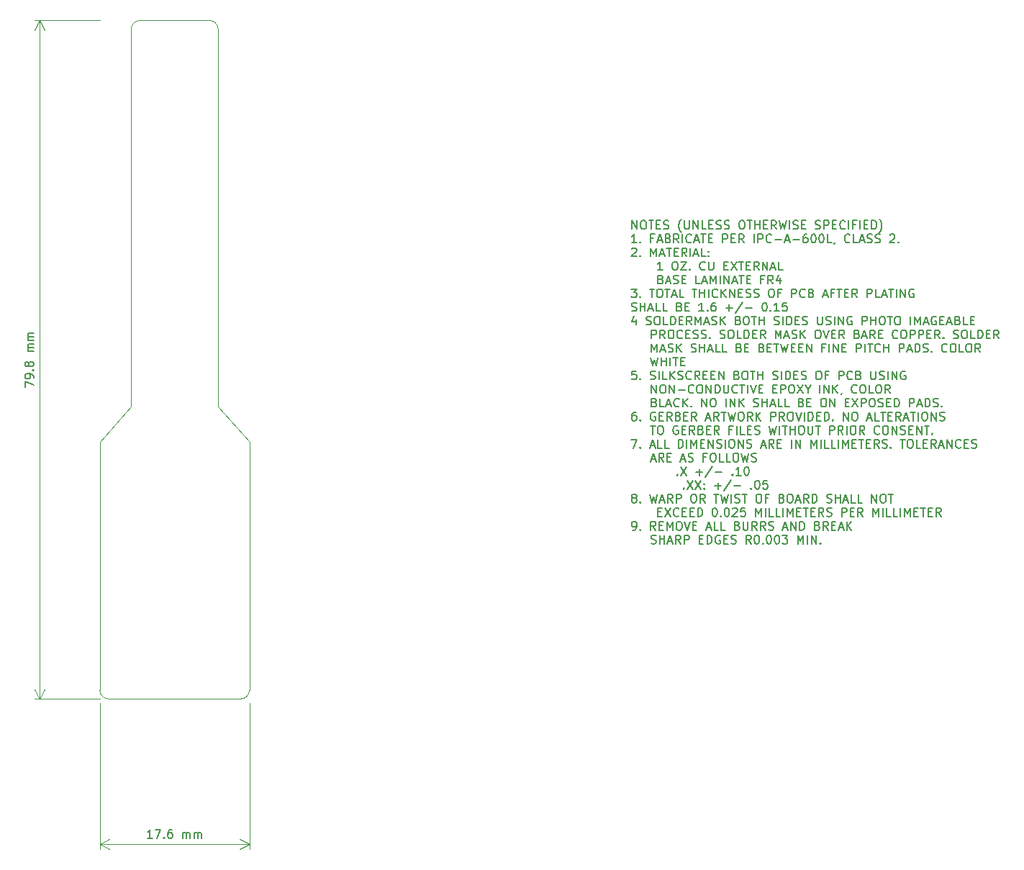
<source format=gbr>
%TF.GenerationSoftware,KiCad,Pcbnew,6.0.2-378541a8eb~116~ubuntu20.04.1*%
%TF.CreationDate,2022-02-19T19:42:59-08:00*%
%TF.ProjectId,menorah555_shamash,6d656e6f-7261-4683-9535-355f7368616d,B*%
%TF.SameCoordinates,Original*%
%TF.FileFunction,OtherDrawing,Comment*%
%FSLAX46Y46*%
G04 Gerber Fmt 4.6, Leading zero omitted, Abs format (unit mm)*
G04 Created by KiCad (PCBNEW 6.0.2-378541a8eb~116~ubuntu20.04.1) date 2022-02-19 19:42:59*
%MOMM*%
%LPD*%
G01*
G04 APERTURE LIST*
%TA.AperFunction,Profile*%
%ADD10C,0.050000*%
%TD*%
%ADD11C,0.150000*%
%ADD12C,0.050000*%
G04 APERTURE END LIST*
D10*
X110100000Y-64800000D02*
X118300000Y-64800000D01*
X119300000Y-110200000D02*
X123000000Y-114400000D01*
X109100000Y-110200000D02*
X105400000Y-114400000D01*
X109100000Y-65800000D02*
X109100000Y-110200000D01*
X110100000Y-64800000D02*
G75*
G03*
X109100000Y-65800000I-1J-999999D01*
G01*
X105400000Y-114400000D02*
X105400000Y-143600000D01*
X123000000Y-114400000D02*
X123000000Y-143600000D01*
X119300000Y-65800000D02*
X119300000Y-110200000D01*
X119300000Y-65800000D02*
G75*
G03*
X118300000Y-64800000I-999999J1D01*
G01*
X122000000Y-144600000D02*
G75*
G03*
X123000000Y-143600000I1J999999D01*
G01*
X106400000Y-144600000D02*
X122000000Y-144600000D01*
X105400000Y-143600000D02*
G75*
G03*
X106400000Y-144600000I999999J-1D01*
G01*
D11*
X168035595Y-89337380D02*
X168035595Y-88337380D01*
X168607023Y-89337380D01*
X168607023Y-88337380D01*
X169273690Y-88337380D02*
X169464166Y-88337380D01*
X169559404Y-88385000D01*
X169654642Y-88480238D01*
X169702261Y-88670714D01*
X169702261Y-89004047D01*
X169654642Y-89194523D01*
X169559404Y-89289761D01*
X169464166Y-89337380D01*
X169273690Y-89337380D01*
X169178452Y-89289761D01*
X169083214Y-89194523D01*
X169035595Y-89004047D01*
X169035595Y-88670714D01*
X169083214Y-88480238D01*
X169178452Y-88385000D01*
X169273690Y-88337380D01*
X169987976Y-88337380D02*
X170559404Y-88337380D01*
X170273690Y-89337380D02*
X170273690Y-88337380D01*
X170892738Y-88813571D02*
X171226071Y-88813571D01*
X171368928Y-89337380D02*
X170892738Y-89337380D01*
X170892738Y-88337380D01*
X171368928Y-88337380D01*
X171749880Y-89289761D02*
X171892738Y-89337380D01*
X172130833Y-89337380D01*
X172226071Y-89289761D01*
X172273690Y-89242142D01*
X172321309Y-89146904D01*
X172321309Y-89051666D01*
X172273690Y-88956428D01*
X172226071Y-88908809D01*
X172130833Y-88861190D01*
X171940357Y-88813571D01*
X171845119Y-88765952D01*
X171797500Y-88718333D01*
X171749880Y-88623095D01*
X171749880Y-88527857D01*
X171797500Y-88432619D01*
X171845119Y-88385000D01*
X171940357Y-88337380D01*
X172178452Y-88337380D01*
X172321309Y-88385000D01*
X173797500Y-89718333D02*
X173749880Y-89670714D01*
X173654642Y-89527857D01*
X173607023Y-89432619D01*
X173559404Y-89289761D01*
X173511785Y-89051666D01*
X173511785Y-88861190D01*
X173559404Y-88623095D01*
X173607023Y-88480238D01*
X173654642Y-88385000D01*
X173749880Y-88242142D01*
X173797500Y-88194523D01*
X174178452Y-88337380D02*
X174178452Y-89146904D01*
X174226071Y-89242142D01*
X174273690Y-89289761D01*
X174368928Y-89337380D01*
X174559404Y-89337380D01*
X174654642Y-89289761D01*
X174702261Y-89242142D01*
X174749880Y-89146904D01*
X174749880Y-88337380D01*
X175226071Y-89337380D02*
X175226071Y-88337380D01*
X175797500Y-89337380D01*
X175797500Y-88337380D01*
X176749880Y-89337380D02*
X176273690Y-89337380D01*
X176273690Y-88337380D01*
X177083214Y-88813571D02*
X177416547Y-88813571D01*
X177559404Y-89337380D02*
X177083214Y-89337380D01*
X177083214Y-88337380D01*
X177559404Y-88337380D01*
X177940357Y-89289761D02*
X178083214Y-89337380D01*
X178321309Y-89337380D01*
X178416547Y-89289761D01*
X178464166Y-89242142D01*
X178511785Y-89146904D01*
X178511785Y-89051666D01*
X178464166Y-88956428D01*
X178416547Y-88908809D01*
X178321309Y-88861190D01*
X178130833Y-88813571D01*
X178035595Y-88765952D01*
X177987976Y-88718333D01*
X177940357Y-88623095D01*
X177940357Y-88527857D01*
X177987976Y-88432619D01*
X178035595Y-88385000D01*
X178130833Y-88337380D01*
X178368928Y-88337380D01*
X178511785Y-88385000D01*
X178892738Y-89289761D02*
X179035595Y-89337380D01*
X179273690Y-89337380D01*
X179368928Y-89289761D01*
X179416547Y-89242142D01*
X179464166Y-89146904D01*
X179464166Y-89051666D01*
X179416547Y-88956428D01*
X179368928Y-88908809D01*
X179273690Y-88861190D01*
X179083214Y-88813571D01*
X178987976Y-88765952D01*
X178940357Y-88718333D01*
X178892738Y-88623095D01*
X178892738Y-88527857D01*
X178940357Y-88432619D01*
X178987976Y-88385000D01*
X179083214Y-88337380D01*
X179321309Y-88337380D01*
X179464166Y-88385000D01*
X180845119Y-88337380D02*
X181035595Y-88337380D01*
X181130833Y-88385000D01*
X181226071Y-88480238D01*
X181273690Y-88670714D01*
X181273690Y-89004047D01*
X181226071Y-89194523D01*
X181130833Y-89289761D01*
X181035595Y-89337380D01*
X180845119Y-89337380D01*
X180749880Y-89289761D01*
X180654642Y-89194523D01*
X180607023Y-89004047D01*
X180607023Y-88670714D01*
X180654642Y-88480238D01*
X180749880Y-88385000D01*
X180845119Y-88337380D01*
X181559404Y-88337380D02*
X182130833Y-88337380D01*
X181845119Y-89337380D02*
X181845119Y-88337380D01*
X182464166Y-89337380D02*
X182464166Y-88337380D01*
X182464166Y-88813571D02*
X183035595Y-88813571D01*
X183035595Y-89337380D02*
X183035595Y-88337380D01*
X183511785Y-88813571D02*
X183845119Y-88813571D01*
X183987976Y-89337380D02*
X183511785Y-89337380D01*
X183511785Y-88337380D01*
X183987976Y-88337380D01*
X184987976Y-89337380D02*
X184654642Y-88861190D01*
X184416547Y-89337380D02*
X184416547Y-88337380D01*
X184797500Y-88337380D01*
X184892738Y-88385000D01*
X184940357Y-88432619D01*
X184987976Y-88527857D01*
X184987976Y-88670714D01*
X184940357Y-88765952D01*
X184892738Y-88813571D01*
X184797500Y-88861190D01*
X184416547Y-88861190D01*
X185321309Y-88337380D02*
X185559404Y-89337380D01*
X185749880Y-88623095D01*
X185940357Y-89337380D01*
X186178452Y-88337380D01*
X186559404Y-89337380D02*
X186559404Y-88337380D01*
X186987976Y-89289761D02*
X187130833Y-89337380D01*
X187368928Y-89337380D01*
X187464166Y-89289761D01*
X187511785Y-89242142D01*
X187559404Y-89146904D01*
X187559404Y-89051666D01*
X187511785Y-88956428D01*
X187464166Y-88908809D01*
X187368928Y-88861190D01*
X187178452Y-88813571D01*
X187083214Y-88765952D01*
X187035595Y-88718333D01*
X186987976Y-88623095D01*
X186987976Y-88527857D01*
X187035595Y-88432619D01*
X187083214Y-88385000D01*
X187178452Y-88337380D01*
X187416547Y-88337380D01*
X187559404Y-88385000D01*
X187987976Y-88813571D02*
X188321309Y-88813571D01*
X188464166Y-89337380D02*
X187987976Y-89337380D01*
X187987976Y-88337380D01*
X188464166Y-88337380D01*
X189607023Y-89289761D02*
X189749880Y-89337380D01*
X189987976Y-89337380D01*
X190083214Y-89289761D01*
X190130833Y-89242142D01*
X190178452Y-89146904D01*
X190178452Y-89051666D01*
X190130833Y-88956428D01*
X190083214Y-88908809D01*
X189987976Y-88861190D01*
X189797500Y-88813571D01*
X189702261Y-88765952D01*
X189654642Y-88718333D01*
X189607023Y-88623095D01*
X189607023Y-88527857D01*
X189654642Y-88432619D01*
X189702261Y-88385000D01*
X189797500Y-88337380D01*
X190035595Y-88337380D01*
X190178452Y-88385000D01*
X190607023Y-89337380D02*
X190607023Y-88337380D01*
X190987976Y-88337380D01*
X191083214Y-88385000D01*
X191130833Y-88432619D01*
X191178452Y-88527857D01*
X191178452Y-88670714D01*
X191130833Y-88765952D01*
X191083214Y-88813571D01*
X190987976Y-88861190D01*
X190607023Y-88861190D01*
X191607023Y-88813571D02*
X191940357Y-88813571D01*
X192083214Y-89337380D02*
X191607023Y-89337380D01*
X191607023Y-88337380D01*
X192083214Y-88337380D01*
X193083214Y-89242142D02*
X193035595Y-89289761D01*
X192892738Y-89337380D01*
X192797500Y-89337380D01*
X192654642Y-89289761D01*
X192559404Y-89194523D01*
X192511785Y-89099285D01*
X192464166Y-88908809D01*
X192464166Y-88765952D01*
X192511785Y-88575476D01*
X192559404Y-88480238D01*
X192654642Y-88385000D01*
X192797500Y-88337380D01*
X192892738Y-88337380D01*
X193035595Y-88385000D01*
X193083214Y-88432619D01*
X193511785Y-89337380D02*
X193511785Y-88337380D01*
X194321309Y-88813571D02*
X193987976Y-88813571D01*
X193987976Y-89337380D02*
X193987976Y-88337380D01*
X194464166Y-88337380D01*
X194845119Y-89337380D02*
X194845119Y-88337380D01*
X195321309Y-88813571D02*
X195654642Y-88813571D01*
X195797500Y-89337380D02*
X195321309Y-89337380D01*
X195321309Y-88337380D01*
X195797500Y-88337380D01*
X196226071Y-89337380D02*
X196226071Y-88337380D01*
X196464166Y-88337380D01*
X196607023Y-88385000D01*
X196702261Y-88480238D01*
X196749880Y-88575476D01*
X196797500Y-88765952D01*
X196797500Y-88908809D01*
X196749880Y-89099285D01*
X196702261Y-89194523D01*
X196607023Y-89289761D01*
X196464166Y-89337380D01*
X196226071Y-89337380D01*
X197130833Y-89718333D02*
X197178452Y-89670714D01*
X197273690Y-89527857D01*
X197321309Y-89432619D01*
X197368928Y-89289761D01*
X197416547Y-89051666D01*
X197416547Y-88861190D01*
X197368928Y-88623095D01*
X197321309Y-88480238D01*
X197273690Y-88385000D01*
X197178452Y-88242142D01*
X197130833Y-88194523D01*
X168559404Y-90947380D02*
X167987976Y-90947380D01*
X168273690Y-90947380D02*
X168273690Y-89947380D01*
X168178452Y-90090238D01*
X168083214Y-90185476D01*
X167987976Y-90233095D01*
X168987976Y-90852142D02*
X169035595Y-90899761D01*
X168987976Y-90947380D01*
X168940357Y-90899761D01*
X168987976Y-90852142D01*
X168987976Y-90947380D01*
X170559404Y-90423571D02*
X170226071Y-90423571D01*
X170226071Y-90947380D02*
X170226071Y-89947380D01*
X170702261Y-89947380D01*
X171035595Y-90661666D02*
X171511785Y-90661666D01*
X170940357Y-90947380D02*
X171273690Y-89947380D01*
X171607023Y-90947380D01*
X172273690Y-90423571D02*
X172416547Y-90471190D01*
X172464166Y-90518809D01*
X172511785Y-90614047D01*
X172511785Y-90756904D01*
X172464166Y-90852142D01*
X172416547Y-90899761D01*
X172321309Y-90947380D01*
X171940357Y-90947380D01*
X171940357Y-89947380D01*
X172273690Y-89947380D01*
X172368928Y-89995000D01*
X172416547Y-90042619D01*
X172464166Y-90137857D01*
X172464166Y-90233095D01*
X172416547Y-90328333D01*
X172368928Y-90375952D01*
X172273690Y-90423571D01*
X171940357Y-90423571D01*
X173511785Y-90947380D02*
X173178452Y-90471190D01*
X172940357Y-90947380D02*
X172940357Y-89947380D01*
X173321309Y-89947380D01*
X173416547Y-89995000D01*
X173464166Y-90042619D01*
X173511785Y-90137857D01*
X173511785Y-90280714D01*
X173464166Y-90375952D01*
X173416547Y-90423571D01*
X173321309Y-90471190D01*
X172940357Y-90471190D01*
X173940357Y-90947380D02*
X173940357Y-89947380D01*
X174987976Y-90852142D02*
X174940357Y-90899761D01*
X174797500Y-90947380D01*
X174702261Y-90947380D01*
X174559404Y-90899761D01*
X174464166Y-90804523D01*
X174416547Y-90709285D01*
X174368928Y-90518809D01*
X174368928Y-90375952D01*
X174416547Y-90185476D01*
X174464166Y-90090238D01*
X174559404Y-89995000D01*
X174702261Y-89947380D01*
X174797500Y-89947380D01*
X174940357Y-89995000D01*
X174987976Y-90042619D01*
X175368928Y-90661666D02*
X175845119Y-90661666D01*
X175273690Y-90947380D02*
X175607023Y-89947380D01*
X175940357Y-90947380D01*
X176130833Y-89947380D02*
X176702261Y-89947380D01*
X176416547Y-90947380D02*
X176416547Y-89947380D01*
X177035595Y-90423571D02*
X177368928Y-90423571D01*
X177511785Y-90947380D02*
X177035595Y-90947380D01*
X177035595Y-89947380D01*
X177511785Y-89947380D01*
X178702261Y-90947380D02*
X178702261Y-89947380D01*
X179083214Y-89947380D01*
X179178452Y-89995000D01*
X179226071Y-90042619D01*
X179273690Y-90137857D01*
X179273690Y-90280714D01*
X179226071Y-90375952D01*
X179178452Y-90423571D01*
X179083214Y-90471190D01*
X178702261Y-90471190D01*
X179702261Y-90423571D02*
X180035595Y-90423571D01*
X180178452Y-90947380D02*
X179702261Y-90947380D01*
X179702261Y-89947380D01*
X180178452Y-89947380D01*
X181178452Y-90947380D02*
X180845119Y-90471190D01*
X180607023Y-90947380D02*
X180607023Y-89947380D01*
X180987976Y-89947380D01*
X181083214Y-89995000D01*
X181130833Y-90042619D01*
X181178452Y-90137857D01*
X181178452Y-90280714D01*
X181130833Y-90375952D01*
X181083214Y-90423571D01*
X180987976Y-90471190D01*
X180607023Y-90471190D01*
X182368928Y-90947380D02*
X182368928Y-89947380D01*
X182845119Y-90947380D02*
X182845119Y-89947380D01*
X183226071Y-89947380D01*
X183321309Y-89995000D01*
X183368928Y-90042619D01*
X183416547Y-90137857D01*
X183416547Y-90280714D01*
X183368928Y-90375952D01*
X183321309Y-90423571D01*
X183226071Y-90471190D01*
X182845119Y-90471190D01*
X184416547Y-90852142D02*
X184368928Y-90899761D01*
X184226071Y-90947380D01*
X184130833Y-90947380D01*
X183987976Y-90899761D01*
X183892738Y-90804523D01*
X183845119Y-90709285D01*
X183797500Y-90518809D01*
X183797500Y-90375952D01*
X183845119Y-90185476D01*
X183892738Y-90090238D01*
X183987976Y-89995000D01*
X184130833Y-89947380D01*
X184226071Y-89947380D01*
X184368928Y-89995000D01*
X184416547Y-90042619D01*
X184845119Y-90566428D02*
X185607023Y-90566428D01*
X186035595Y-90661666D02*
X186511785Y-90661666D01*
X185940357Y-90947380D02*
X186273690Y-89947380D01*
X186607023Y-90947380D01*
X186940357Y-90566428D02*
X187702261Y-90566428D01*
X188607023Y-89947380D02*
X188416547Y-89947380D01*
X188321309Y-89995000D01*
X188273690Y-90042619D01*
X188178452Y-90185476D01*
X188130833Y-90375952D01*
X188130833Y-90756904D01*
X188178452Y-90852142D01*
X188226071Y-90899761D01*
X188321309Y-90947380D01*
X188511785Y-90947380D01*
X188607023Y-90899761D01*
X188654642Y-90852142D01*
X188702261Y-90756904D01*
X188702261Y-90518809D01*
X188654642Y-90423571D01*
X188607023Y-90375952D01*
X188511785Y-90328333D01*
X188321309Y-90328333D01*
X188226071Y-90375952D01*
X188178452Y-90423571D01*
X188130833Y-90518809D01*
X189321309Y-89947380D02*
X189416547Y-89947380D01*
X189511785Y-89995000D01*
X189559404Y-90042619D01*
X189607023Y-90137857D01*
X189654642Y-90328333D01*
X189654642Y-90566428D01*
X189607023Y-90756904D01*
X189559404Y-90852142D01*
X189511785Y-90899761D01*
X189416547Y-90947380D01*
X189321309Y-90947380D01*
X189226071Y-90899761D01*
X189178452Y-90852142D01*
X189130833Y-90756904D01*
X189083214Y-90566428D01*
X189083214Y-90328333D01*
X189130833Y-90137857D01*
X189178452Y-90042619D01*
X189226071Y-89995000D01*
X189321309Y-89947380D01*
X190273690Y-89947380D02*
X190368928Y-89947380D01*
X190464166Y-89995000D01*
X190511785Y-90042619D01*
X190559404Y-90137857D01*
X190607023Y-90328333D01*
X190607023Y-90566428D01*
X190559404Y-90756904D01*
X190511785Y-90852142D01*
X190464166Y-90899761D01*
X190368928Y-90947380D01*
X190273690Y-90947380D01*
X190178452Y-90899761D01*
X190130833Y-90852142D01*
X190083214Y-90756904D01*
X190035595Y-90566428D01*
X190035595Y-90328333D01*
X190083214Y-90137857D01*
X190130833Y-90042619D01*
X190178452Y-89995000D01*
X190273690Y-89947380D01*
X191511785Y-90947380D02*
X191035595Y-90947380D01*
X191035595Y-89947380D01*
X191892738Y-90899761D02*
X191892738Y-90947380D01*
X191845119Y-91042619D01*
X191797500Y-91090238D01*
X193654642Y-90852142D02*
X193607023Y-90899761D01*
X193464166Y-90947380D01*
X193368928Y-90947380D01*
X193226071Y-90899761D01*
X193130833Y-90804523D01*
X193083214Y-90709285D01*
X193035595Y-90518809D01*
X193035595Y-90375952D01*
X193083214Y-90185476D01*
X193130833Y-90090238D01*
X193226071Y-89995000D01*
X193368928Y-89947380D01*
X193464166Y-89947380D01*
X193607023Y-89995000D01*
X193654642Y-90042619D01*
X194559404Y-90947380D02*
X194083214Y-90947380D01*
X194083214Y-89947380D01*
X194845119Y-90661666D02*
X195321309Y-90661666D01*
X194749880Y-90947380D02*
X195083214Y-89947380D01*
X195416547Y-90947380D01*
X195702261Y-90899761D02*
X195845119Y-90947380D01*
X196083214Y-90947380D01*
X196178452Y-90899761D01*
X196226071Y-90852142D01*
X196273690Y-90756904D01*
X196273690Y-90661666D01*
X196226071Y-90566428D01*
X196178452Y-90518809D01*
X196083214Y-90471190D01*
X195892738Y-90423571D01*
X195797500Y-90375952D01*
X195749880Y-90328333D01*
X195702261Y-90233095D01*
X195702261Y-90137857D01*
X195749880Y-90042619D01*
X195797500Y-89995000D01*
X195892738Y-89947380D01*
X196130833Y-89947380D01*
X196273690Y-89995000D01*
X196654642Y-90899761D02*
X196797500Y-90947380D01*
X197035595Y-90947380D01*
X197130833Y-90899761D01*
X197178452Y-90852142D01*
X197226071Y-90756904D01*
X197226071Y-90661666D01*
X197178452Y-90566428D01*
X197130833Y-90518809D01*
X197035595Y-90471190D01*
X196845119Y-90423571D01*
X196749880Y-90375952D01*
X196702261Y-90328333D01*
X196654642Y-90233095D01*
X196654642Y-90137857D01*
X196702261Y-90042619D01*
X196749880Y-89995000D01*
X196845119Y-89947380D01*
X197083214Y-89947380D01*
X197226071Y-89995000D01*
X198368928Y-90042619D02*
X198416547Y-89995000D01*
X198511785Y-89947380D01*
X198749880Y-89947380D01*
X198845119Y-89995000D01*
X198892738Y-90042619D01*
X198940357Y-90137857D01*
X198940357Y-90233095D01*
X198892738Y-90375952D01*
X198321309Y-90947380D01*
X198940357Y-90947380D01*
X199368928Y-90852142D02*
X199416547Y-90899761D01*
X199368928Y-90947380D01*
X199321309Y-90899761D01*
X199368928Y-90852142D01*
X199368928Y-90947380D01*
X167987976Y-91652619D02*
X168035595Y-91605000D01*
X168130833Y-91557380D01*
X168368928Y-91557380D01*
X168464166Y-91605000D01*
X168511785Y-91652619D01*
X168559404Y-91747857D01*
X168559404Y-91843095D01*
X168511785Y-91985952D01*
X167940357Y-92557380D01*
X168559404Y-92557380D01*
X168987976Y-92462142D02*
X169035595Y-92509761D01*
X168987976Y-92557380D01*
X168940357Y-92509761D01*
X168987976Y-92462142D01*
X168987976Y-92557380D01*
X170226071Y-92557380D02*
X170226071Y-91557380D01*
X170559404Y-92271666D01*
X170892738Y-91557380D01*
X170892738Y-92557380D01*
X171321309Y-92271666D02*
X171797500Y-92271666D01*
X171226071Y-92557380D02*
X171559404Y-91557380D01*
X171892738Y-92557380D01*
X172083214Y-91557380D02*
X172654642Y-91557380D01*
X172368928Y-92557380D02*
X172368928Y-91557380D01*
X172987976Y-92033571D02*
X173321309Y-92033571D01*
X173464166Y-92557380D02*
X172987976Y-92557380D01*
X172987976Y-91557380D01*
X173464166Y-91557380D01*
X174464166Y-92557380D02*
X174130833Y-92081190D01*
X173892738Y-92557380D02*
X173892738Y-91557380D01*
X174273690Y-91557380D01*
X174368928Y-91605000D01*
X174416547Y-91652619D01*
X174464166Y-91747857D01*
X174464166Y-91890714D01*
X174416547Y-91985952D01*
X174368928Y-92033571D01*
X174273690Y-92081190D01*
X173892738Y-92081190D01*
X174892738Y-92557380D02*
X174892738Y-91557380D01*
X175321309Y-92271666D02*
X175797500Y-92271666D01*
X175226071Y-92557380D02*
X175559404Y-91557380D01*
X175892738Y-92557380D01*
X176702261Y-92557380D02*
X176226071Y-92557380D01*
X176226071Y-91557380D01*
X177035595Y-92462142D02*
X177083214Y-92509761D01*
X177035595Y-92557380D01*
X176987976Y-92509761D01*
X177035595Y-92462142D01*
X177035595Y-92557380D01*
X177035595Y-91938333D02*
X177083214Y-91985952D01*
X177035595Y-92033571D01*
X176987976Y-91985952D01*
X177035595Y-91938333D01*
X177035595Y-92033571D01*
X171607023Y-94167380D02*
X171035595Y-94167380D01*
X171321309Y-94167380D02*
X171321309Y-93167380D01*
X171226071Y-93310238D01*
X171130833Y-93405476D01*
X171035595Y-93453095D01*
X172987976Y-93167380D02*
X173178452Y-93167380D01*
X173273690Y-93215000D01*
X173368928Y-93310238D01*
X173416547Y-93500714D01*
X173416547Y-93834047D01*
X173368928Y-94024523D01*
X173273690Y-94119761D01*
X173178452Y-94167380D01*
X172987976Y-94167380D01*
X172892738Y-94119761D01*
X172797500Y-94024523D01*
X172749880Y-93834047D01*
X172749880Y-93500714D01*
X172797500Y-93310238D01*
X172892738Y-93215000D01*
X172987976Y-93167380D01*
X173749880Y-93167380D02*
X174416547Y-93167380D01*
X173749880Y-94167380D01*
X174416547Y-94167380D01*
X174797500Y-94072142D02*
X174845119Y-94119761D01*
X174797500Y-94167380D01*
X174749880Y-94119761D01*
X174797500Y-94072142D01*
X174797500Y-94167380D01*
X176607023Y-94072142D02*
X176559404Y-94119761D01*
X176416547Y-94167380D01*
X176321309Y-94167380D01*
X176178452Y-94119761D01*
X176083214Y-94024523D01*
X176035595Y-93929285D01*
X175987976Y-93738809D01*
X175987976Y-93595952D01*
X176035595Y-93405476D01*
X176083214Y-93310238D01*
X176178452Y-93215000D01*
X176321309Y-93167380D01*
X176416547Y-93167380D01*
X176559404Y-93215000D01*
X176607023Y-93262619D01*
X177035595Y-93167380D02*
X177035595Y-93976904D01*
X177083214Y-94072142D01*
X177130833Y-94119761D01*
X177226071Y-94167380D01*
X177416547Y-94167380D01*
X177511785Y-94119761D01*
X177559404Y-94072142D01*
X177607023Y-93976904D01*
X177607023Y-93167380D01*
X178845119Y-93643571D02*
X179178452Y-93643571D01*
X179321309Y-94167380D02*
X178845119Y-94167380D01*
X178845119Y-93167380D01*
X179321309Y-93167380D01*
X179654642Y-93167380D02*
X180321309Y-94167380D01*
X180321309Y-93167380D02*
X179654642Y-94167380D01*
X180559404Y-93167380D02*
X181130833Y-93167380D01*
X180845119Y-94167380D02*
X180845119Y-93167380D01*
X181464166Y-93643571D02*
X181797500Y-93643571D01*
X181940357Y-94167380D02*
X181464166Y-94167380D01*
X181464166Y-93167380D01*
X181940357Y-93167380D01*
X182940357Y-94167380D02*
X182607023Y-93691190D01*
X182368928Y-94167380D02*
X182368928Y-93167380D01*
X182749880Y-93167380D01*
X182845119Y-93215000D01*
X182892738Y-93262619D01*
X182940357Y-93357857D01*
X182940357Y-93500714D01*
X182892738Y-93595952D01*
X182845119Y-93643571D01*
X182749880Y-93691190D01*
X182368928Y-93691190D01*
X183368928Y-94167380D02*
X183368928Y-93167380D01*
X183940357Y-94167380D01*
X183940357Y-93167380D01*
X184368928Y-93881666D02*
X184845119Y-93881666D01*
X184273690Y-94167380D02*
X184607023Y-93167380D01*
X184940357Y-94167380D01*
X185749880Y-94167380D02*
X185273690Y-94167380D01*
X185273690Y-93167380D01*
X171416547Y-95253571D02*
X171559404Y-95301190D01*
X171607023Y-95348809D01*
X171654642Y-95444047D01*
X171654642Y-95586904D01*
X171607023Y-95682142D01*
X171559404Y-95729761D01*
X171464166Y-95777380D01*
X171083214Y-95777380D01*
X171083214Y-94777380D01*
X171416547Y-94777380D01*
X171511785Y-94825000D01*
X171559404Y-94872619D01*
X171607023Y-94967857D01*
X171607023Y-95063095D01*
X171559404Y-95158333D01*
X171511785Y-95205952D01*
X171416547Y-95253571D01*
X171083214Y-95253571D01*
X172035595Y-95491666D02*
X172511785Y-95491666D01*
X171940357Y-95777380D02*
X172273690Y-94777380D01*
X172607023Y-95777380D01*
X172892738Y-95729761D02*
X173035595Y-95777380D01*
X173273690Y-95777380D01*
X173368928Y-95729761D01*
X173416547Y-95682142D01*
X173464166Y-95586904D01*
X173464166Y-95491666D01*
X173416547Y-95396428D01*
X173368928Y-95348809D01*
X173273690Y-95301190D01*
X173083214Y-95253571D01*
X172987976Y-95205952D01*
X172940357Y-95158333D01*
X172892738Y-95063095D01*
X172892738Y-94967857D01*
X172940357Y-94872619D01*
X172987976Y-94825000D01*
X173083214Y-94777380D01*
X173321309Y-94777380D01*
X173464166Y-94825000D01*
X173892738Y-95253571D02*
X174226071Y-95253571D01*
X174368928Y-95777380D02*
X173892738Y-95777380D01*
X173892738Y-94777380D01*
X174368928Y-94777380D01*
X176035595Y-95777380D02*
X175559404Y-95777380D01*
X175559404Y-94777380D01*
X176321309Y-95491666D02*
X176797500Y-95491666D01*
X176226071Y-95777380D02*
X176559404Y-94777380D01*
X176892738Y-95777380D01*
X177226071Y-95777380D02*
X177226071Y-94777380D01*
X177559404Y-95491666D01*
X177892738Y-94777380D01*
X177892738Y-95777380D01*
X178368928Y-95777380D02*
X178368928Y-94777380D01*
X178845119Y-95777380D02*
X178845119Y-94777380D01*
X179416547Y-95777380D01*
X179416547Y-94777380D01*
X179845119Y-95491666D02*
X180321309Y-95491666D01*
X179749880Y-95777380D02*
X180083214Y-94777380D01*
X180416547Y-95777380D01*
X180607023Y-94777380D02*
X181178452Y-94777380D01*
X180892738Y-95777380D02*
X180892738Y-94777380D01*
X181511785Y-95253571D02*
X181845119Y-95253571D01*
X181987976Y-95777380D02*
X181511785Y-95777380D01*
X181511785Y-94777380D01*
X181987976Y-94777380D01*
X183511785Y-95253571D02*
X183178452Y-95253571D01*
X183178452Y-95777380D02*
X183178452Y-94777380D01*
X183654642Y-94777380D01*
X184607023Y-95777380D02*
X184273690Y-95301190D01*
X184035595Y-95777380D02*
X184035595Y-94777380D01*
X184416547Y-94777380D01*
X184511785Y-94825000D01*
X184559404Y-94872619D01*
X184607023Y-94967857D01*
X184607023Y-95110714D01*
X184559404Y-95205952D01*
X184511785Y-95253571D01*
X184416547Y-95301190D01*
X184035595Y-95301190D01*
X185464166Y-95110714D02*
X185464166Y-95777380D01*
X185226071Y-94729761D02*
X184987976Y-95444047D01*
X185607023Y-95444047D01*
X167940357Y-96387380D02*
X168559404Y-96387380D01*
X168226071Y-96768333D01*
X168368928Y-96768333D01*
X168464166Y-96815952D01*
X168511785Y-96863571D01*
X168559404Y-96958809D01*
X168559404Y-97196904D01*
X168511785Y-97292142D01*
X168464166Y-97339761D01*
X168368928Y-97387380D01*
X168083214Y-97387380D01*
X167987976Y-97339761D01*
X167940357Y-97292142D01*
X168987976Y-97292142D02*
X169035595Y-97339761D01*
X168987976Y-97387380D01*
X168940357Y-97339761D01*
X168987976Y-97292142D01*
X168987976Y-97387380D01*
X170083214Y-96387380D02*
X170654642Y-96387380D01*
X170368928Y-97387380D02*
X170368928Y-96387380D01*
X171178452Y-96387380D02*
X171368928Y-96387380D01*
X171464166Y-96435000D01*
X171559404Y-96530238D01*
X171607023Y-96720714D01*
X171607023Y-97054047D01*
X171559404Y-97244523D01*
X171464166Y-97339761D01*
X171368928Y-97387380D01*
X171178452Y-97387380D01*
X171083214Y-97339761D01*
X170987976Y-97244523D01*
X170940357Y-97054047D01*
X170940357Y-96720714D01*
X170987976Y-96530238D01*
X171083214Y-96435000D01*
X171178452Y-96387380D01*
X171892738Y-96387380D02*
X172464166Y-96387380D01*
X172178452Y-97387380D02*
X172178452Y-96387380D01*
X172749880Y-97101666D02*
X173226071Y-97101666D01*
X172654642Y-97387380D02*
X172987976Y-96387380D01*
X173321309Y-97387380D01*
X174130833Y-97387380D02*
X173654642Y-97387380D01*
X173654642Y-96387380D01*
X175083214Y-96387380D02*
X175654642Y-96387380D01*
X175368928Y-97387380D02*
X175368928Y-96387380D01*
X175987976Y-97387380D02*
X175987976Y-96387380D01*
X175987976Y-96863571D02*
X176559404Y-96863571D01*
X176559404Y-97387380D02*
X176559404Y-96387380D01*
X177035595Y-97387380D02*
X177035595Y-96387380D01*
X178083214Y-97292142D02*
X178035595Y-97339761D01*
X177892738Y-97387380D01*
X177797500Y-97387380D01*
X177654642Y-97339761D01*
X177559404Y-97244523D01*
X177511785Y-97149285D01*
X177464166Y-96958809D01*
X177464166Y-96815952D01*
X177511785Y-96625476D01*
X177559404Y-96530238D01*
X177654642Y-96435000D01*
X177797500Y-96387380D01*
X177892738Y-96387380D01*
X178035595Y-96435000D01*
X178083214Y-96482619D01*
X178511785Y-97387380D02*
X178511785Y-96387380D01*
X179083214Y-97387380D02*
X178654642Y-96815952D01*
X179083214Y-96387380D02*
X178511785Y-96958809D01*
X179511785Y-97387380D02*
X179511785Y-96387380D01*
X180083214Y-97387380D01*
X180083214Y-96387380D01*
X180559404Y-96863571D02*
X180892738Y-96863571D01*
X181035595Y-97387380D02*
X180559404Y-97387380D01*
X180559404Y-96387380D01*
X181035595Y-96387380D01*
X181416547Y-97339761D02*
X181559404Y-97387380D01*
X181797500Y-97387380D01*
X181892738Y-97339761D01*
X181940357Y-97292142D01*
X181987976Y-97196904D01*
X181987976Y-97101666D01*
X181940357Y-97006428D01*
X181892738Y-96958809D01*
X181797500Y-96911190D01*
X181607023Y-96863571D01*
X181511785Y-96815952D01*
X181464166Y-96768333D01*
X181416547Y-96673095D01*
X181416547Y-96577857D01*
X181464166Y-96482619D01*
X181511785Y-96435000D01*
X181607023Y-96387380D01*
X181845119Y-96387380D01*
X181987976Y-96435000D01*
X182368928Y-97339761D02*
X182511785Y-97387380D01*
X182749880Y-97387380D01*
X182845119Y-97339761D01*
X182892738Y-97292142D01*
X182940357Y-97196904D01*
X182940357Y-97101666D01*
X182892738Y-97006428D01*
X182845119Y-96958809D01*
X182749880Y-96911190D01*
X182559404Y-96863571D01*
X182464166Y-96815952D01*
X182416547Y-96768333D01*
X182368928Y-96673095D01*
X182368928Y-96577857D01*
X182416547Y-96482619D01*
X182464166Y-96435000D01*
X182559404Y-96387380D01*
X182797500Y-96387380D01*
X182940357Y-96435000D01*
X184321309Y-96387380D02*
X184511785Y-96387380D01*
X184607023Y-96435000D01*
X184702261Y-96530238D01*
X184749880Y-96720714D01*
X184749880Y-97054047D01*
X184702261Y-97244523D01*
X184607023Y-97339761D01*
X184511785Y-97387380D01*
X184321309Y-97387380D01*
X184226071Y-97339761D01*
X184130833Y-97244523D01*
X184083214Y-97054047D01*
X184083214Y-96720714D01*
X184130833Y-96530238D01*
X184226071Y-96435000D01*
X184321309Y-96387380D01*
X185511785Y-96863571D02*
X185178452Y-96863571D01*
X185178452Y-97387380D02*
X185178452Y-96387380D01*
X185654642Y-96387380D01*
X186797500Y-97387380D02*
X186797500Y-96387380D01*
X187178452Y-96387380D01*
X187273690Y-96435000D01*
X187321309Y-96482619D01*
X187368928Y-96577857D01*
X187368928Y-96720714D01*
X187321309Y-96815952D01*
X187273690Y-96863571D01*
X187178452Y-96911190D01*
X186797500Y-96911190D01*
X188368928Y-97292142D02*
X188321309Y-97339761D01*
X188178452Y-97387380D01*
X188083214Y-97387380D01*
X187940357Y-97339761D01*
X187845119Y-97244523D01*
X187797500Y-97149285D01*
X187749880Y-96958809D01*
X187749880Y-96815952D01*
X187797500Y-96625476D01*
X187845119Y-96530238D01*
X187940357Y-96435000D01*
X188083214Y-96387380D01*
X188178452Y-96387380D01*
X188321309Y-96435000D01*
X188368928Y-96482619D01*
X189130833Y-96863571D02*
X189273690Y-96911190D01*
X189321309Y-96958809D01*
X189368928Y-97054047D01*
X189368928Y-97196904D01*
X189321309Y-97292142D01*
X189273690Y-97339761D01*
X189178452Y-97387380D01*
X188797500Y-97387380D01*
X188797500Y-96387380D01*
X189130833Y-96387380D01*
X189226071Y-96435000D01*
X189273690Y-96482619D01*
X189321309Y-96577857D01*
X189321309Y-96673095D01*
X189273690Y-96768333D01*
X189226071Y-96815952D01*
X189130833Y-96863571D01*
X188797500Y-96863571D01*
X190511785Y-97101666D02*
X190987976Y-97101666D01*
X190416547Y-97387380D02*
X190749880Y-96387380D01*
X191083214Y-97387380D01*
X191749880Y-96863571D02*
X191416547Y-96863571D01*
X191416547Y-97387380D02*
X191416547Y-96387380D01*
X191892738Y-96387380D01*
X192130833Y-96387380D02*
X192702261Y-96387380D01*
X192416547Y-97387380D02*
X192416547Y-96387380D01*
X193035595Y-96863571D02*
X193368928Y-96863571D01*
X193511785Y-97387380D02*
X193035595Y-97387380D01*
X193035595Y-96387380D01*
X193511785Y-96387380D01*
X194511785Y-97387380D02*
X194178452Y-96911190D01*
X193940357Y-97387380D02*
X193940357Y-96387380D01*
X194321309Y-96387380D01*
X194416547Y-96435000D01*
X194464166Y-96482619D01*
X194511785Y-96577857D01*
X194511785Y-96720714D01*
X194464166Y-96815952D01*
X194416547Y-96863571D01*
X194321309Y-96911190D01*
X193940357Y-96911190D01*
X195702261Y-97387380D02*
X195702261Y-96387380D01*
X196083214Y-96387380D01*
X196178452Y-96435000D01*
X196226071Y-96482619D01*
X196273690Y-96577857D01*
X196273690Y-96720714D01*
X196226071Y-96815952D01*
X196178452Y-96863571D01*
X196083214Y-96911190D01*
X195702261Y-96911190D01*
X197178452Y-97387380D02*
X196702261Y-97387380D01*
X196702261Y-96387380D01*
X197464166Y-97101666D02*
X197940357Y-97101666D01*
X197368928Y-97387380D02*
X197702261Y-96387380D01*
X198035595Y-97387380D01*
X198226071Y-96387380D02*
X198797500Y-96387380D01*
X198511785Y-97387380D02*
X198511785Y-96387380D01*
X199130833Y-97387380D02*
X199130833Y-96387380D01*
X199607023Y-97387380D02*
X199607023Y-96387380D01*
X200178452Y-97387380D01*
X200178452Y-96387380D01*
X201178452Y-96435000D02*
X201083214Y-96387380D01*
X200940357Y-96387380D01*
X200797500Y-96435000D01*
X200702261Y-96530238D01*
X200654642Y-96625476D01*
X200607023Y-96815952D01*
X200607023Y-96958809D01*
X200654642Y-97149285D01*
X200702261Y-97244523D01*
X200797500Y-97339761D01*
X200940357Y-97387380D01*
X201035595Y-97387380D01*
X201178452Y-97339761D01*
X201226071Y-97292142D01*
X201226071Y-96958809D01*
X201035595Y-96958809D01*
X167987976Y-98949761D02*
X168130833Y-98997380D01*
X168368928Y-98997380D01*
X168464166Y-98949761D01*
X168511785Y-98902142D01*
X168559404Y-98806904D01*
X168559404Y-98711666D01*
X168511785Y-98616428D01*
X168464166Y-98568809D01*
X168368928Y-98521190D01*
X168178452Y-98473571D01*
X168083214Y-98425952D01*
X168035595Y-98378333D01*
X167987976Y-98283095D01*
X167987976Y-98187857D01*
X168035595Y-98092619D01*
X168083214Y-98045000D01*
X168178452Y-97997380D01*
X168416547Y-97997380D01*
X168559404Y-98045000D01*
X168987976Y-98997380D02*
X168987976Y-97997380D01*
X168987976Y-98473571D02*
X169559404Y-98473571D01*
X169559404Y-98997380D02*
X169559404Y-97997380D01*
X169987976Y-98711666D02*
X170464166Y-98711666D01*
X169892738Y-98997380D02*
X170226071Y-97997380D01*
X170559404Y-98997380D01*
X171368928Y-98997380D02*
X170892738Y-98997380D01*
X170892738Y-97997380D01*
X172178452Y-98997380D02*
X171702261Y-98997380D01*
X171702261Y-97997380D01*
X173607023Y-98473571D02*
X173749880Y-98521190D01*
X173797500Y-98568809D01*
X173845119Y-98664047D01*
X173845119Y-98806904D01*
X173797500Y-98902142D01*
X173749880Y-98949761D01*
X173654642Y-98997380D01*
X173273690Y-98997380D01*
X173273690Y-97997380D01*
X173607023Y-97997380D01*
X173702261Y-98045000D01*
X173749880Y-98092619D01*
X173797500Y-98187857D01*
X173797500Y-98283095D01*
X173749880Y-98378333D01*
X173702261Y-98425952D01*
X173607023Y-98473571D01*
X173273690Y-98473571D01*
X174273690Y-98473571D02*
X174607023Y-98473571D01*
X174749880Y-98997380D02*
X174273690Y-98997380D01*
X174273690Y-97997380D01*
X174749880Y-97997380D01*
X176464166Y-98997380D02*
X175892738Y-98997380D01*
X176178452Y-98997380D02*
X176178452Y-97997380D01*
X176083214Y-98140238D01*
X175987976Y-98235476D01*
X175892738Y-98283095D01*
X176892738Y-98902142D02*
X176940357Y-98949761D01*
X176892738Y-98997380D01*
X176845119Y-98949761D01*
X176892738Y-98902142D01*
X176892738Y-98997380D01*
X177797500Y-97997380D02*
X177607023Y-97997380D01*
X177511785Y-98045000D01*
X177464166Y-98092619D01*
X177368928Y-98235476D01*
X177321309Y-98425952D01*
X177321309Y-98806904D01*
X177368928Y-98902142D01*
X177416547Y-98949761D01*
X177511785Y-98997380D01*
X177702261Y-98997380D01*
X177797500Y-98949761D01*
X177845119Y-98902142D01*
X177892738Y-98806904D01*
X177892738Y-98568809D01*
X177845119Y-98473571D01*
X177797500Y-98425952D01*
X177702261Y-98378333D01*
X177511785Y-98378333D01*
X177416547Y-98425952D01*
X177368928Y-98473571D01*
X177321309Y-98568809D01*
X179083214Y-98616428D02*
X179845119Y-98616428D01*
X179464166Y-98997380D02*
X179464166Y-98235476D01*
X181035595Y-97949761D02*
X180178452Y-99235476D01*
X181368928Y-98616428D02*
X182130833Y-98616428D01*
X183559404Y-97997380D02*
X183654642Y-97997380D01*
X183749880Y-98045000D01*
X183797500Y-98092619D01*
X183845119Y-98187857D01*
X183892738Y-98378333D01*
X183892738Y-98616428D01*
X183845119Y-98806904D01*
X183797500Y-98902142D01*
X183749880Y-98949761D01*
X183654642Y-98997380D01*
X183559404Y-98997380D01*
X183464166Y-98949761D01*
X183416547Y-98902142D01*
X183368928Y-98806904D01*
X183321309Y-98616428D01*
X183321309Y-98378333D01*
X183368928Y-98187857D01*
X183416547Y-98092619D01*
X183464166Y-98045000D01*
X183559404Y-97997380D01*
X184321309Y-98902142D02*
X184368928Y-98949761D01*
X184321309Y-98997380D01*
X184273690Y-98949761D01*
X184321309Y-98902142D01*
X184321309Y-98997380D01*
X185321309Y-98997380D02*
X184749880Y-98997380D01*
X185035595Y-98997380D02*
X185035595Y-97997380D01*
X184940357Y-98140238D01*
X184845119Y-98235476D01*
X184749880Y-98283095D01*
X186226071Y-97997380D02*
X185749880Y-97997380D01*
X185702261Y-98473571D01*
X185749880Y-98425952D01*
X185845119Y-98378333D01*
X186083214Y-98378333D01*
X186178452Y-98425952D01*
X186226071Y-98473571D01*
X186273690Y-98568809D01*
X186273690Y-98806904D01*
X186226071Y-98902142D01*
X186178452Y-98949761D01*
X186083214Y-98997380D01*
X185845119Y-98997380D01*
X185749880Y-98949761D01*
X185702261Y-98902142D01*
X168464166Y-99940714D02*
X168464166Y-100607380D01*
X168226071Y-99559761D02*
X167987976Y-100274047D01*
X168607023Y-100274047D01*
X169702261Y-100559761D02*
X169845119Y-100607380D01*
X170083214Y-100607380D01*
X170178452Y-100559761D01*
X170226071Y-100512142D01*
X170273690Y-100416904D01*
X170273690Y-100321666D01*
X170226071Y-100226428D01*
X170178452Y-100178809D01*
X170083214Y-100131190D01*
X169892738Y-100083571D01*
X169797500Y-100035952D01*
X169749880Y-99988333D01*
X169702261Y-99893095D01*
X169702261Y-99797857D01*
X169749880Y-99702619D01*
X169797500Y-99655000D01*
X169892738Y-99607380D01*
X170130833Y-99607380D01*
X170273690Y-99655000D01*
X170892738Y-99607380D02*
X171083214Y-99607380D01*
X171178452Y-99655000D01*
X171273690Y-99750238D01*
X171321309Y-99940714D01*
X171321309Y-100274047D01*
X171273690Y-100464523D01*
X171178452Y-100559761D01*
X171083214Y-100607380D01*
X170892738Y-100607380D01*
X170797500Y-100559761D01*
X170702261Y-100464523D01*
X170654642Y-100274047D01*
X170654642Y-99940714D01*
X170702261Y-99750238D01*
X170797500Y-99655000D01*
X170892738Y-99607380D01*
X172226071Y-100607380D02*
X171749880Y-100607380D01*
X171749880Y-99607380D01*
X172559404Y-100607380D02*
X172559404Y-99607380D01*
X172797500Y-99607380D01*
X172940357Y-99655000D01*
X173035595Y-99750238D01*
X173083214Y-99845476D01*
X173130833Y-100035952D01*
X173130833Y-100178809D01*
X173083214Y-100369285D01*
X173035595Y-100464523D01*
X172940357Y-100559761D01*
X172797500Y-100607380D01*
X172559404Y-100607380D01*
X173559404Y-100083571D02*
X173892738Y-100083571D01*
X174035595Y-100607380D02*
X173559404Y-100607380D01*
X173559404Y-99607380D01*
X174035595Y-99607380D01*
X175035595Y-100607380D02*
X174702261Y-100131190D01*
X174464166Y-100607380D02*
X174464166Y-99607380D01*
X174845119Y-99607380D01*
X174940357Y-99655000D01*
X174987976Y-99702619D01*
X175035595Y-99797857D01*
X175035595Y-99940714D01*
X174987976Y-100035952D01*
X174940357Y-100083571D01*
X174845119Y-100131190D01*
X174464166Y-100131190D01*
X175464166Y-100607380D02*
X175464166Y-99607380D01*
X175797500Y-100321666D01*
X176130833Y-99607380D01*
X176130833Y-100607380D01*
X176559404Y-100321666D02*
X177035595Y-100321666D01*
X176464166Y-100607380D02*
X176797500Y-99607380D01*
X177130833Y-100607380D01*
X177416547Y-100559761D02*
X177559404Y-100607380D01*
X177797500Y-100607380D01*
X177892738Y-100559761D01*
X177940357Y-100512142D01*
X177987976Y-100416904D01*
X177987976Y-100321666D01*
X177940357Y-100226428D01*
X177892738Y-100178809D01*
X177797500Y-100131190D01*
X177607023Y-100083571D01*
X177511785Y-100035952D01*
X177464166Y-99988333D01*
X177416547Y-99893095D01*
X177416547Y-99797857D01*
X177464166Y-99702619D01*
X177511785Y-99655000D01*
X177607023Y-99607380D01*
X177845119Y-99607380D01*
X177987976Y-99655000D01*
X178416547Y-100607380D02*
X178416547Y-99607380D01*
X178987976Y-100607380D02*
X178559404Y-100035952D01*
X178987976Y-99607380D02*
X178416547Y-100178809D01*
X180511785Y-100083571D02*
X180654642Y-100131190D01*
X180702261Y-100178809D01*
X180749880Y-100274047D01*
X180749880Y-100416904D01*
X180702261Y-100512142D01*
X180654642Y-100559761D01*
X180559404Y-100607380D01*
X180178452Y-100607380D01*
X180178452Y-99607380D01*
X180511785Y-99607380D01*
X180607023Y-99655000D01*
X180654642Y-99702619D01*
X180702261Y-99797857D01*
X180702261Y-99893095D01*
X180654642Y-99988333D01*
X180607023Y-100035952D01*
X180511785Y-100083571D01*
X180178452Y-100083571D01*
X181368928Y-99607380D02*
X181559404Y-99607380D01*
X181654642Y-99655000D01*
X181749880Y-99750238D01*
X181797500Y-99940714D01*
X181797500Y-100274047D01*
X181749880Y-100464523D01*
X181654642Y-100559761D01*
X181559404Y-100607380D01*
X181368928Y-100607380D01*
X181273690Y-100559761D01*
X181178452Y-100464523D01*
X181130833Y-100274047D01*
X181130833Y-99940714D01*
X181178452Y-99750238D01*
X181273690Y-99655000D01*
X181368928Y-99607380D01*
X182083214Y-99607380D02*
X182654642Y-99607380D01*
X182368928Y-100607380D02*
X182368928Y-99607380D01*
X182987976Y-100607380D02*
X182987976Y-99607380D01*
X182987976Y-100083571D02*
X183559404Y-100083571D01*
X183559404Y-100607380D02*
X183559404Y-99607380D01*
X184749880Y-100559761D02*
X184892738Y-100607380D01*
X185130833Y-100607380D01*
X185226071Y-100559761D01*
X185273690Y-100512142D01*
X185321309Y-100416904D01*
X185321309Y-100321666D01*
X185273690Y-100226428D01*
X185226071Y-100178809D01*
X185130833Y-100131190D01*
X184940357Y-100083571D01*
X184845119Y-100035952D01*
X184797500Y-99988333D01*
X184749880Y-99893095D01*
X184749880Y-99797857D01*
X184797500Y-99702619D01*
X184845119Y-99655000D01*
X184940357Y-99607380D01*
X185178452Y-99607380D01*
X185321309Y-99655000D01*
X185749880Y-100607380D02*
X185749880Y-99607380D01*
X186226071Y-100607380D02*
X186226071Y-99607380D01*
X186464166Y-99607380D01*
X186607023Y-99655000D01*
X186702261Y-99750238D01*
X186749880Y-99845476D01*
X186797500Y-100035952D01*
X186797500Y-100178809D01*
X186749880Y-100369285D01*
X186702261Y-100464523D01*
X186607023Y-100559761D01*
X186464166Y-100607380D01*
X186226071Y-100607380D01*
X187226071Y-100083571D02*
X187559404Y-100083571D01*
X187702261Y-100607380D02*
X187226071Y-100607380D01*
X187226071Y-99607380D01*
X187702261Y-99607380D01*
X188083214Y-100559761D02*
X188226071Y-100607380D01*
X188464166Y-100607380D01*
X188559404Y-100559761D01*
X188607023Y-100512142D01*
X188654642Y-100416904D01*
X188654642Y-100321666D01*
X188607023Y-100226428D01*
X188559404Y-100178809D01*
X188464166Y-100131190D01*
X188273690Y-100083571D01*
X188178452Y-100035952D01*
X188130833Y-99988333D01*
X188083214Y-99893095D01*
X188083214Y-99797857D01*
X188130833Y-99702619D01*
X188178452Y-99655000D01*
X188273690Y-99607380D01*
X188511785Y-99607380D01*
X188654642Y-99655000D01*
X189845119Y-99607380D02*
X189845119Y-100416904D01*
X189892738Y-100512142D01*
X189940357Y-100559761D01*
X190035595Y-100607380D01*
X190226071Y-100607380D01*
X190321309Y-100559761D01*
X190368928Y-100512142D01*
X190416547Y-100416904D01*
X190416547Y-99607380D01*
X190845119Y-100559761D02*
X190987976Y-100607380D01*
X191226071Y-100607380D01*
X191321309Y-100559761D01*
X191368928Y-100512142D01*
X191416547Y-100416904D01*
X191416547Y-100321666D01*
X191368928Y-100226428D01*
X191321309Y-100178809D01*
X191226071Y-100131190D01*
X191035595Y-100083571D01*
X190940357Y-100035952D01*
X190892738Y-99988333D01*
X190845119Y-99893095D01*
X190845119Y-99797857D01*
X190892738Y-99702619D01*
X190940357Y-99655000D01*
X191035595Y-99607380D01*
X191273690Y-99607380D01*
X191416547Y-99655000D01*
X191845119Y-100607380D02*
X191845119Y-99607380D01*
X192321309Y-100607380D02*
X192321309Y-99607380D01*
X192892738Y-100607380D01*
X192892738Y-99607380D01*
X193892738Y-99655000D02*
X193797500Y-99607380D01*
X193654642Y-99607380D01*
X193511785Y-99655000D01*
X193416547Y-99750238D01*
X193368928Y-99845476D01*
X193321309Y-100035952D01*
X193321309Y-100178809D01*
X193368928Y-100369285D01*
X193416547Y-100464523D01*
X193511785Y-100559761D01*
X193654642Y-100607380D01*
X193749880Y-100607380D01*
X193892738Y-100559761D01*
X193940357Y-100512142D01*
X193940357Y-100178809D01*
X193749880Y-100178809D01*
X195130833Y-100607380D02*
X195130833Y-99607380D01*
X195511785Y-99607380D01*
X195607023Y-99655000D01*
X195654642Y-99702619D01*
X195702261Y-99797857D01*
X195702261Y-99940714D01*
X195654642Y-100035952D01*
X195607023Y-100083571D01*
X195511785Y-100131190D01*
X195130833Y-100131190D01*
X196130833Y-100607380D02*
X196130833Y-99607380D01*
X196130833Y-100083571D02*
X196702261Y-100083571D01*
X196702261Y-100607380D02*
X196702261Y-99607380D01*
X197368928Y-99607380D02*
X197559404Y-99607380D01*
X197654642Y-99655000D01*
X197749880Y-99750238D01*
X197797500Y-99940714D01*
X197797500Y-100274047D01*
X197749880Y-100464523D01*
X197654642Y-100559761D01*
X197559404Y-100607380D01*
X197368928Y-100607380D01*
X197273690Y-100559761D01*
X197178452Y-100464523D01*
X197130833Y-100274047D01*
X197130833Y-99940714D01*
X197178452Y-99750238D01*
X197273690Y-99655000D01*
X197368928Y-99607380D01*
X198083214Y-99607380D02*
X198654642Y-99607380D01*
X198368928Y-100607380D02*
X198368928Y-99607380D01*
X199178452Y-99607380D02*
X199368928Y-99607380D01*
X199464166Y-99655000D01*
X199559404Y-99750238D01*
X199607023Y-99940714D01*
X199607023Y-100274047D01*
X199559404Y-100464523D01*
X199464166Y-100559761D01*
X199368928Y-100607380D01*
X199178452Y-100607380D01*
X199083214Y-100559761D01*
X198987976Y-100464523D01*
X198940357Y-100274047D01*
X198940357Y-99940714D01*
X198987976Y-99750238D01*
X199083214Y-99655000D01*
X199178452Y-99607380D01*
X200797500Y-100607380D02*
X200797500Y-99607380D01*
X201273690Y-100607380D02*
X201273690Y-99607380D01*
X201607023Y-100321666D01*
X201940357Y-99607380D01*
X201940357Y-100607380D01*
X202368928Y-100321666D02*
X202845119Y-100321666D01*
X202273690Y-100607380D02*
X202607023Y-99607380D01*
X202940357Y-100607380D01*
X203797500Y-99655000D02*
X203702261Y-99607380D01*
X203559404Y-99607380D01*
X203416547Y-99655000D01*
X203321309Y-99750238D01*
X203273690Y-99845476D01*
X203226071Y-100035952D01*
X203226071Y-100178809D01*
X203273690Y-100369285D01*
X203321309Y-100464523D01*
X203416547Y-100559761D01*
X203559404Y-100607380D01*
X203654642Y-100607380D01*
X203797500Y-100559761D01*
X203845119Y-100512142D01*
X203845119Y-100178809D01*
X203654642Y-100178809D01*
X204273690Y-100083571D02*
X204607023Y-100083571D01*
X204749880Y-100607380D02*
X204273690Y-100607380D01*
X204273690Y-99607380D01*
X204749880Y-99607380D01*
X205130833Y-100321666D02*
X205607023Y-100321666D01*
X205035595Y-100607380D02*
X205368928Y-99607380D01*
X205702261Y-100607380D01*
X206368928Y-100083571D02*
X206511785Y-100131190D01*
X206559404Y-100178809D01*
X206607023Y-100274047D01*
X206607023Y-100416904D01*
X206559404Y-100512142D01*
X206511785Y-100559761D01*
X206416547Y-100607380D01*
X206035595Y-100607380D01*
X206035595Y-99607380D01*
X206368928Y-99607380D01*
X206464166Y-99655000D01*
X206511785Y-99702619D01*
X206559404Y-99797857D01*
X206559404Y-99893095D01*
X206511785Y-99988333D01*
X206464166Y-100035952D01*
X206368928Y-100083571D01*
X206035595Y-100083571D01*
X207511785Y-100607380D02*
X207035595Y-100607380D01*
X207035595Y-99607380D01*
X207845119Y-100083571D02*
X208178452Y-100083571D01*
X208321309Y-100607380D02*
X207845119Y-100607380D01*
X207845119Y-99607380D01*
X208321309Y-99607380D01*
X170321309Y-102217380D02*
X170321309Y-101217380D01*
X170702261Y-101217380D01*
X170797500Y-101265000D01*
X170845119Y-101312619D01*
X170892738Y-101407857D01*
X170892738Y-101550714D01*
X170845119Y-101645952D01*
X170797500Y-101693571D01*
X170702261Y-101741190D01*
X170321309Y-101741190D01*
X171892738Y-102217380D02*
X171559404Y-101741190D01*
X171321309Y-102217380D02*
X171321309Y-101217380D01*
X171702261Y-101217380D01*
X171797500Y-101265000D01*
X171845119Y-101312619D01*
X171892738Y-101407857D01*
X171892738Y-101550714D01*
X171845119Y-101645952D01*
X171797500Y-101693571D01*
X171702261Y-101741190D01*
X171321309Y-101741190D01*
X172511785Y-101217380D02*
X172702261Y-101217380D01*
X172797500Y-101265000D01*
X172892738Y-101360238D01*
X172940357Y-101550714D01*
X172940357Y-101884047D01*
X172892738Y-102074523D01*
X172797500Y-102169761D01*
X172702261Y-102217380D01*
X172511785Y-102217380D01*
X172416547Y-102169761D01*
X172321309Y-102074523D01*
X172273690Y-101884047D01*
X172273690Y-101550714D01*
X172321309Y-101360238D01*
X172416547Y-101265000D01*
X172511785Y-101217380D01*
X173940357Y-102122142D02*
X173892738Y-102169761D01*
X173749880Y-102217380D01*
X173654642Y-102217380D01*
X173511785Y-102169761D01*
X173416547Y-102074523D01*
X173368928Y-101979285D01*
X173321309Y-101788809D01*
X173321309Y-101645952D01*
X173368928Y-101455476D01*
X173416547Y-101360238D01*
X173511785Y-101265000D01*
X173654642Y-101217380D01*
X173749880Y-101217380D01*
X173892738Y-101265000D01*
X173940357Y-101312619D01*
X174368928Y-101693571D02*
X174702261Y-101693571D01*
X174845119Y-102217380D02*
X174368928Y-102217380D01*
X174368928Y-101217380D01*
X174845119Y-101217380D01*
X175226071Y-102169761D02*
X175368928Y-102217380D01*
X175607023Y-102217380D01*
X175702261Y-102169761D01*
X175749880Y-102122142D01*
X175797500Y-102026904D01*
X175797500Y-101931666D01*
X175749880Y-101836428D01*
X175702261Y-101788809D01*
X175607023Y-101741190D01*
X175416547Y-101693571D01*
X175321309Y-101645952D01*
X175273690Y-101598333D01*
X175226071Y-101503095D01*
X175226071Y-101407857D01*
X175273690Y-101312619D01*
X175321309Y-101265000D01*
X175416547Y-101217380D01*
X175654642Y-101217380D01*
X175797500Y-101265000D01*
X176178452Y-102169761D02*
X176321309Y-102217380D01*
X176559404Y-102217380D01*
X176654642Y-102169761D01*
X176702261Y-102122142D01*
X176749880Y-102026904D01*
X176749880Y-101931666D01*
X176702261Y-101836428D01*
X176654642Y-101788809D01*
X176559404Y-101741190D01*
X176368928Y-101693571D01*
X176273690Y-101645952D01*
X176226071Y-101598333D01*
X176178452Y-101503095D01*
X176178452Y-101407857D01*
X176226071Y-101312619D01*
X176273690Y-101265000D01*
X176368928Y-101217380D01*
X176607023Y-101217380D01*
X176749880Y-101265000D01*
X177178452Y-102122142D02*
X177226071Y-102169761D01*
X177178452Y-102217380D01*
X177130833Y-102169761D01*
X177178452Y-102122142D01*
X177178452Y-102217380D01*
X178368928Y-102169761D02*
X178511785Y-102217380D01*
X178749880Y-102217380D01*
X178845119Y-102169761D01*
X178892738Y-102122142D01*
X178940357Y-102026904D01*
X178940357Y-101931666D01*
X178892738Y-101836428D01*
X178845119Y-101788809D01*
X178749880Y-101741190D01*
X178559404Y-101693571D01*
X178464166Y-101645952D01*
X178416547Y-101598333D01*
X178368928Y-101503095D01*
X178368928Y-101407857D01*
X178416547Y-101312619D01*
X178464166Y-101265000D01*
X178559404Y-101217380D01*
X178797500Y-101217380D01*
X178940357Y-101265000D01*
X179559404Y-101217380D02*
X179749880Y-101217380D01*
X179845119Y-101265000D01*
X179940357Y-101360238D01*
X179987976Y-101550714D01*
X179987976Y-101884047D01*
X179940357Y-102074523D01*
X179845119Y-102169761D01*
X179749880Y-102217380D01*
X179559404Y-102217380D01*
X179464166Y-102169761D01*
X179368928Y-102074523D01*
X179321309Y-101884047D01*
X179321309Y-101550714D01*
X179368928Y-101360238D01*
X179464166Y-101265000D01*
X179559404Y-101217380D01*
X180892738Y-102217380D02*
X180416547Y-102217380D01*
X180416547Y-101217380D01*
X181226071Y-102217380D02*
X181226071Y-101217380D01*
X181464166Y-101217380D01*
X181607023Y-101265000D01*
X181702261Y-101360238D01*
X181749880Y-101455476D01*
X181797500Y-101645952D01*
X181797500Y-101788809D01*
X181749880Y-101979285D01*
X181702261Y-102074523D01*
X181607023Y-102169761D01*
X181464166Y-102217380D01*
X181226071Y-102217380D01*
X182226071Y-101693571D02*
X182559404Y-101693571D01*
X182702261Y-102217380D02*
X182226071Y-102217380D01*
X182226071Y-101217380D01*
X182702261Y-101217380D01*
X183702261Y-102217380D02*
X183368928Y-101741190D01*
X183130833Y-102217380D02*
X183130833Y-101217380D01*
X183511785Y-101217380D01*
X183607023Y-101265000D01*
X183654642Y-101312619D01*
X183702261Y-101407857D01*
X183702261Y-101550714D01*
X183654642Y-101645952D01*
X183607023Y-101693571D01*
X183511785Y-101741190D01*
X183130833Y-101741190D01*
X184892738Y-102217380D02*
X184892738Y-101217380D01*
X185226071Y-101931666D01*
X185559404Y-101217380D01*
X185559404Y-102217380D01*
X185987976Y-101931666D02*
X186464166Y-101931666D01*
X185892738Y-102217380D02*
X186226071Y-101217380D01*
X186559404Y-102217380D01*
X186845119Y-102169761D02*
X186987976Y-102217380D01*
X187226071Y-102217380D01*
X187321309Y-102169761D01*
X187368928Y-102122142D01*
X187416547Y-102026904D01*
X187416547Y-101931666D01*
X187368928Y-101836428D01*
X187321309Y-101788809D01*
X187226071Y-101741190D01*
X187035595Y-101693571D01*
X186940357Y-101645952D01*
X186892738Y-101598333D01*
X186845119Y-101503095D01*
X186845119Y-101407857D01*
X186892738Y-101312619D01*
X186940357Y-101265000D01*
X187035595Y-101217380D01*
X187273690Y-101217380D01*
X187416547Y-101265000D01*
X187845119Y-102217380D02*
X187845119Y-101217380D01*
X188416547Y-102217380D02*
X187987976Y-101645952D01*
X188416547Y-101217380D02*
X187845119Y-101788809D01*
X189797500Y-101217380D02*
X189987976Y-101217380D01*
X190083214Y-101265000D01*
X190178452Y-101360238D01*
X190226071Y-101550714D01*
X190226071Y-101884047D01*
X190178452Y-102074523D01*
X190083214Y-102169761D01*
X189987976Y-102217380D01*
X189797500Y-102217380D01*
X189702261Y-102169761D01*
X189607023Y-102074523D01*
X189559404Y-101884047D01*
X189559404Y-101550714D01*
X189607023Y-101360238D01*
X189702261Y-101265000D01*
X189797500Y-101217380D01*
X190511785Y-101217380D02*
X190845119Y-102217380D01*
X191178452Y-101217380D01*
X191511785Y-101693571D02*
X191845119Y-101693571D01*
X191987976Y-102217380D02*
X191511785Y-102217380D01*
X191511785Y-101217380D01*
X191987976Y-101217380D01*
X192987976Y-102217380D02*
X192654642Y-101741190D01*
X192416547Y-102217380D02*
X192416547Y-101217380D01*
X192797500Y-101217380D01*
X192892738Y-101265000D01*
X192940357Y-101312619D01*
X192987976Y-101407857D01*
X192987976Y-101550714D01*
X192940357Y-101645952D01*
X192892738Y-101693571D01*
X192797500Y-101741190D01*
X192416547Y-101741190D01*
X194511785Y-101693571D02*
X194654642Y-101741190D01*
X194702261Y-101788809D01*
X194749880Y-101884047D01*
X194749880Y-102026904D01*
X194702261Y-102122142D01*
X194654642Y-102169761D01*
X194559404Y-102217380D01*
X194178452Y-102217380D01*
X194178452Y-101217380D01*
X194511785Y-101217380D01*
X194607023Y-101265000D01*
X194654642Y-101312619D01*
X194702261Y-101407857D01*
X194702261Y-101503095D01*
X194654642Y-101598333D01*
X194607023Y-101645952D01*
X194511785Y-101693571D01*
X194178452Y-101693571D01*
X195130833Y-101931666D02*
X195607023Y-101931666D01*
X195035595Y-102217380D02*
X195368928Y-101217380D01*
X195702261Y-102217380D01*
X196607023Y-102217380D02*
X196273690Y-101741190D01*
X196035595Y-102217380D02*
X196035595Y-101217380D01*
X196416547Y-101217380D01*
X196511785Y-101265000D01*
X196559404Y-101312619D01*
X196607023Y-101407857D01*
X196607023Y-101550714D01*
X196559404Y-101645952D01*
X196511785Y-101693571D01*
X196416547Y-101741190D01*
X196035595Y-101741190D01*
X197035595Y-101693571D02*
X197368928Y-101693571D01*
X197511785Y-102217380D02*
X197035595Y-102217380D01*
X197035595Y-101217380D01*
X197511785Y-101217380D01*
X199273690Y-102122142D02*
X199226071Y-102169761D01*
X199083214Y-102217380D01*
X198987976Y-102217380D01*
X198845119Y-102169761D01*
X198749880Y-102074523D01*
X198702261Y-101979285D01*
X198654642Y-101788809D01*
X198654642Y-101645952D01*
X198702261Y-101455476D01*
X198749880Y-101360238D01*
X198845119Y-101265000D01*
X198987976Y-101217380D01*
X199083214Y-101217380D01*
X199226071Y-101265000D01*
X199273690Y-101312619D01*
X199892738Y-101217380D02*
X200083214Y-101217380D01*
X200178452Y-101265000D01*
X200273690Y-101360238D01*
X200321309Y-101550714D01*
X200321309Y-101884047D01*
X200273690Y-102074523D01*
X200178452Y-102169761D01*
X200083214Y-102217380D01*
X199892738Y-102217380D01*
X199797500Y-102169761D01*
X199702261Y-102074523D01*
X199654642Y-101884047D01*
X199654642Y-101550714D01*
X199702261Y-101360238D01*
X199797500Y-101265000D01*
X199892738Y-101217380D01*
X200749880Y-102217380D02*
X200749880Y-101217380D01*
X201130833Y-101217380D01*
X201226071Y-101265000D01*
X201273690Y-101312619D01*
X201321309Y-101407857D01*
X201321309Y-101550714D01*
X201273690Y-101645952D01*
X201226071Y-101693571D01*
X201130833Y-101741190D01*
X200749880Y-101741190D01*
X201749880Y-102217380D02*
X201749880Y-101217380D01*
X202130833Y-101217380D01*
X202226071Y-101265000D01*
X202273690Y-101312619D01*
X202321309Y-101407857D01*
X202321309Y-101550714D01*
X202273690Y-101645952D01*
X202226071Y-101693571D01*
X202130833Y-101741190D01*
X201749880Y-101741190D01*
X202749880Y-101693571D02*
X203083214Y-101693571D01*
X203226071Y-102217380D02*
X202749880Y-102217380D01*
X202749880Y-101217380D01*
X203226071Y-101217380D01*
X204226071Y-102217380D02*
X203892738Y-101741190D01*
X203654642Y-102217380D02*
X203654642Y-101217380D01*
X204035595Y-101217380D01*
X204130833Y-101265000D01*
X204178452Y-101312619D01*
X204226071Y-101407857D01*
X204226071Y-101550714D01*
X204178452Y-101645952D01*
X204130833Y-101693571D01*
X204035595Y-101741190D01*
X203654642Y-101741190D01*
X204654642Y-102122142D02*
X204702261Y-102169761D01*
X204654642Y-102217380D01*
X204607023Y-102169761D01*
X204654642Y-102122142D01*
X204654642Y-102217380D01*
X205845119Y-102169761D02*
X205987976Y-102217380D01*
X206226071Y-102217380D01*
X206321309Y-102169761D01*
X206368928Y-102122142D01*
X206416547Y-102026904D01*
X206416547Y-101931666D01*
X206368928Y-101836428D01*
X206321309Y-101788809D01*
X206226071Y-101741190D01*
X206035595Y-101693571D01*
X205940357Y-101645952D01*
X205892738Y-101598333D01*
X205845119Y-101503095D01*
X205845119Y-101407857D01*
X205892738Y-101312619D01*
X205940357Y-101265000D01*
X206035595Y-101217380D01*
X206273690Y-101217380D01*
X206416547Y-101265000D01*
X207035595Y-101217380D02*
X207226071Y-101217380D01*
X207321309Y-101265000D01*
X207416547Y-101360238D01*
X207464166Y-101550714D01*
X207464166Y-101884047D01*
X207416547Y-102074523D01*
X207321309Y-102169761D01*
X207226071Y-102217380D01*
X207035595Y-102217380D01*
X206940357Y-102169761D01*
X206845119Y-102074523D01*
X206797500Y-101884047D01*
X206797500Y-101550714D01*
X206845119Y-101360238D01*
X206940357Y-101265000D01*
X207035595Y-101217380D01*
X208368928Y-102217380D02*
X207892738Y-102217380D01*
X207892738Y-101217380D01*
X208702261Y-102217380D02*
X208702261Y-101217380D01*
X208940357Y-101217380D01*
X209083214Y-101265000D01*
X209178452Y-101360238D01*
X209226071Y-101455476D01*
X209273690Y-101645952D01*
X209273690Y-101788809D01*
X209226071Y-101979285D01*
X209178452Y-102074523D01*
X209083214Y-102169761D01*
X208940357Y-102217380D01*
X208702261Y-102217380D01*
X209702261Y-101693571D02*
X210035595Y-101693571D01*
X210178452Y-102217380D02*
X209702261Y-102217380D01*
X209702261Y-101217380D01*
X210178452Y-101217380D01*
X211178452Y-102217380D02*
X210845119Y-101741190D01*
X210607023Y-102217380D02*
X210607023Y-101217380D01*
X210987976Y-101217380D01*
X211083214Y-101265000D01*
X211130833Y-101312619D01*
X211178452Y-101407857D01*
X211178452Y-101550714D01*
X211130833Y-101645952D01*
X211083214Y-101693571D01*
X210987976Y-101741190D01*
X210607023Y-101741190D01*
X170321309Y-103827380D02*
X170321309Y-102827380D01*
X170654642Y-103541666D01*
X170987976Y-102827380D01*
X170987976Y-103827380D01*
X171416547Y-103541666D02*
X171892738Y-103541666D01*
X171321309Y-103827380D02*
X171654642Y-102827380D01*
X171987976Y-103827380D01*
X172273690Y-103779761D02*
X172416547Y-103827380D01*
X172654642Y-103827380D01*
X172749880Y-103779761D01*
X172797500Y-103732142D01*
X172845119Y-103636904D01*
X172845119Y-103541666D01*
X172797500Y-103446428D01*
X172749880Y-103398809D01*
X172654642Y-103351190D01*
X172464166Y-103303571D01*
X172368928Y-103255952D01*
X172321309Y-103208333D01*
X172273690Y-103113095D01*
X172273690Y-103017857D01*
X172321309Y-102922619D01*
X172368928Y-102875000D01*
X172464166Y-102827380D01*
X172702261Y-102827380D01*
X172845119Y-102875000D01*
X173273690Y-103827380D02*
X173273690Y-102827380D01*
X173845119Y-103827380D02*
X173416547Y-103255952D01*
X173845119Y-102827380D02*
X173273690Y-103398809D01*
X174987976Y-103779761D02*
X175130833Y-103827380D01*
X175368928Y-103827380D01*
X175464166Y-103779761D01*
X175511785Y-103732142D01*
X175559404Y-103636904D01*
X175559404Y-103541666D01*
X175511785Y-103446428D01*
X175464166Y-103398809D01*
X175368928Y-103351190D01*
X175178452Y-103303571D01*
X175083214Y-103255952D01*
X175035595Y-103208333D01*
X174987976Y-103113095D01*
X174987976Y-103017857D01*
X175035595Y-102922619D01*
X175083214Y-102875000D01*
X175178452Y-102827380D01*
X175416547Y-102827380D01*
X175559404Y-102875000D01*
X175987976Y-103827380D02*
X175987976Y-102827380D01*
X175987976Y-103303571D02*
X176559404Y-103303571D01*
X176559404Y-103827380D02*
X176559404Y-102827380D01*
X176987976Y-103541666D02*
X177464166Y-103541666D01*
X176892738Y-103827380D02*
X177226071Y-102827380D01*
X177559404Y-103827380D01*
X178368928Y-103827380D02*
X177892738Y-103827380D01*
X177892738Y-102827380D01*
X179178452Y-103827380D02*
X178702261Y-103827380D01*
X178702261Y-102827380D01*
X180607023Y-103303571D02*
X180749880Y-103351190D01*
X180797500Y-103398809D01*
X180845119Y-103494047D01*
X180845119Y-103636904D01*
X180797500Y-103732142D01*
X180749880Y-103779761D01*
X180654642Y-103827380D01*
X180273690Y-103827380D01*
X180273690Y-102827380D01*
X180607023Y-102827380D01*
X180702261Y-102875000D01*
X180749880Y-102922619D01*
X180797500Y-103017857D01*
X180797500Y-103113095D01*
X180749880Y-103208333D01*
X180702261Y-103255952D01*
X180607023Y-103303571D01*
X180273690Y-103303571D01*
X181273690Y-103303571D02*
X181607023Y-103303571D01*
X181749880Y-103827380D02*
X181273690Y-103827380D01*
X181273690Y-102827380D01*
X181749880Y-102827380D01*
X183273690Y-103303571D02*
X183416547Y-103351190D01*
X183464166Y-103398809D01*
X183511785Y-103494047D01*
X183511785Y-103636904D01*
X183464166Y-103732142D01*
X183416547Y-103779761D01*
X183321309Y-103827380D01*
X182940357Y-103827380D01*
X182940357Y-102827380D01*
X183273690Y-102827380D01*
X183368928Y-102875000D01*
X183416547Y-102922619D01*
X183464166Y-103017857D01*
X183464166Y-103113095D01*
X183416547Y-103208333D01*
X183368928Y-103255952D01*
X183273690Y-103303571D01*
X182940357Y-103303571D01*
X183940357Y-103303571D02*
X184273690Y-103303571D01*
X184416547Y-103827380D02*
X183940357Y-103827380D01*
X183940357Y-102827380D01*
X184416547Y-102827380D01*
X184702261Y-102827380D02*
X185273690Y-102827380D01*
X184987976Y-103827380D02*
X184987976Y-102827380D01*
X185511785Y-102827380D02*
X185749880Y-103827380D01*
X185940357Y-103113095D01*
X186130833Y-103827380D01*
X186368928Y-102827380D01*
X186749880Y-103303571D02*
X187083214Y-103303571D01*
X187226071Y-103827380D02*
X186749880Y-103827380D01*
X186749880Y-102827380D01*
X187226071Y-102827380D01*
X187654642Y-103303571D02*
X187987976Y-103303571D01*
X188130833Y-103827380D02*
X187654642Y-103827380D01*
X187654642Y-102827380D01*
X188130833Y-102827380D01*
X188559404Y-103827380D02*
X188559404Y-102827380D01*
X189130833Y-103827380D01*
X189130833Y-102827380D01*
X190702261Y-103303571D02*
X190368928Y-103303571D01*
X190368928Y-103827380D02*
X190368928Y-102827380D01*
X190845119Y-102827380D01*
X191226071Y-103827380D02*
X191226071Y-102827380D01*
X191702261Y-103827380D02*
X191702261Y-102827380D01*
X192273690Y-103827380D01*
X192273690Y-102827380D01*
X192749880Y-103303571D02*
X193083214Y-103303571D01*
X193226071Y-103827380D02*
X192749880Y-103827380D01*
X192749880Y-102827380D01*
X193226071Y-102827380D01*
X194416547Y-103827380D02*
X194416547Y-102827380D01*
X194797500Y-102827380D01*
X194892738Y-102875000D01*
X194940357Y-102922619D01*
X194987976Y-103017857D01*
X194987976Y-103160714D01*
X194940357Y-103255952D01*
X194892738Y-103303571D01*
X194797500Y-103351190D01*
X194416547Y-103351190D01*
X195416547Y-103827380D02*
X195416547Y-102827380D01*
X195749880Y-102827380D02*
X196321309Y-102827380D01*
X196035595Y-103827380D02*
X196035595Y-102827380D01*
X197226071Y-103732142D02*
X197178452Y-103779761D01*
X197035595Y-103827380D01*
X196940357Y-103827380D01*
X196797500Y-103779761D01*
X196702261Y-103684523D01*
X196654642Y-103589285D01*
X196607023Y-103398809D01*
X196607023Y-103255952D01*
X196654642Y-103065476D01*
X196702261Y-102970238D01*
X196797500Y-102875000D01*
X196940357Y-102827380D01*
X197035595Y-102827380D01*
X197178452Y-102875000D01*
X197226071Y-102922619D01*
X197654642Y-103827380D02*
X197654642Y-102827380D01*
X197654642Y-103303571D02*
X198226071Y-103303571D01*
X198226071Y-103827380D02*
X198226071Y-102827380D01*
X199464166Y-103827380D02*
X199464166Y-102827380D01*
X199845119Y-102827380D01*
X199940357Y-102875000D01*
X199987976Y-102922619D01*
X200035595Y-103017857D01*
X200035595Y-103160714D01*
X199987976Y-103255952D01*
X199940357Y-103303571D01*
X199845119Y-103351190D01*
X199464166Y-103351190D01*
X200416547Y-103541666D02*
X200892738Y-103541666D01*
X200321309Y-103827380D02*
X200654642Y-102827380D01*
X200987976Y-103827380D01*
X201321309Y-103827380D02*
X201321309Y-102827380D01*
X201559404Y-102827380D01*
X201702261Y-102875000D01*
X201797500Y-102970238D01*
X201845119Y-103065476D01*
X201892738Y-103255952D01*
X201892738Y-103398809D01*
X201845119Y-103589285D01*
X201797500Y-103684523D01*
X201702261Y-103779761D01*
X201559404Y-103827380D01*
X201321309Y-103827380D01*
X202273690Y-103779761D02*
X202416547Y-103827380D01*
X202654642Y-103827380D01*
X202749880Y-103779761D01*
X202797500Y-103732142D01*
X202845119Y-103636904D01*
X202845119Y-103541666D01*
X202797500Y-103446428D01*
X202749880Y-103398809D01*
X202654642Y-103351190D01*
X202464166Y-103303571D01*
X202368928Y-103255952D01*
X202321309Y-103208333D01*
X202273690Y-103113095D01*
X202273690Y-103017857D01*
X202321309Y-102922619D01*
X202368928Y-102875000D01*
X202464166Y-102827380D01*
X202702261Y-102827380D01*
X202845119Y-102875000D01*
X203273690Y-103732142D02*
X203321309Y-103779761D01*
X203273690Y-103827380D01*
X203226071Y-103779761D01*
X203273690Y-103732142D01*
X203273690Y-103827380D01*
X205083214Y-103732142D02*
X205035595Y-103779761D01*
X204892738Y-103827380D01*
X204797500Y-103827380D01*
X204654642Y-103779761D01*
X204559404Y-103684523D01*
X204511785Y-103589285D01*
X204464166Y-103398809D01*
X204464166Y-103255952D01*
X204511785Y-103065476D01*
X204559404Y-102970238D01*
X204654642Y-102875000D01*
X204797500Y-102827380D01*
X204892738Y-102827380D01*
X205035595Y-102875000D01*
X205083214Y-102922619D01*
X205702261Y-102827380D02*
X205892738Y-102827380D01*
X205987976Y-102875000D01*
X206083214Y-102970238D01*
X206130833Y-103160714D01*
X206130833Y-103494047D01*
X206083214Y-103684523D01*
X205987976Y-103779761D01*
X205892738Y-103827380D01*
X205702261Y-103827380D01*
X205607023Y-103779761D01*
X205511785Y-103684523D01*
X205464166Y-103494047D01*
X205464166Y-103160714D01*
X205511785Y-102970238D01*
X205607023Y-102875000D01*
X205702261Y-102827380D01*
X207035595Y-103827380D02*
X206559404Y-103827380D01*
X206559404Y-102827380D01*
X207559404Y-102827380D02*
X207749880Y-102827380D01*
X207845119Y-102875000D01*
X207940357Y-102970238D01*
X207987976Y-103160714D01*
X207987976Y-103494047D01*
X207940357Y-103684523D01*
X207845119Y-103779761D01*
X207749880Y-103827380D01*
X207559404Y-103827380D01*
X207464166Y-103779761D01*
X207368928Y-103684523D01*
X207321309Y-103494047D01*
X207321309Y-103160714D01*
X207368928Y-102970238D01*
X207464166Y-102875000D01*
X207559404Y-102827380D01*
X208987976Y-103827380D02*
X208654642Y-103351190D01*
X208416547Y-103827380D02*
X208416547Y-102827380D01*
X208797500Y-102827380D01*
X208892738Y-102875000D01*
X208940357Y-102922619D01*
X208987976Y-103017857D01*
X208987976Y-103160714D01*
X208940357Y-103255952D01*
X208892738Y-103303571D01*
X208797500Y-103351190D01*
X208416547Y-103351190D01*
X170226071Y-104437380D02*
X170464166Y-105437380D01*
X170654642Y-104723095D01*
X170845119Y-105437380D01*
X171083214Y-104437380D01*
X171464166Y-105437380D02*
X171464166Y-104437380D01*
X171464166Y-104913571D02*
X172035595Y-104913571D01*
X172035595Y-105437380D02*
X172035595Y-104437380D01*
X172511785Y-105437380D02*
X172511785Y-104437380D01*
X172845119Y-104437380D02*
X173416547Y-104437380D01*
X173130833Y-105437380D02*
X173130833Y-104437380D01*
X173749880Y-104913571D02*
X174083214Y-104913571D01*
X174226071Y-105437380D02*
X173749880Y-105437380D01*
X173749880Y-104437380D01*
X174226071Y-104437380D01*
X168511785Y-106047380D02*
X168035595Y-106047380D01*
X167987976Y-106523571D01*
X168035595Y-106475952D01*
X168130833Y-106428333D01*
X168368928Y-106428333D01*
X168464166Y-106475952D01*
X168511785Y-106523571D01*
X168559404Y-106618809D01*
X168559404Y-106856904D01*
X168511785Y-106952142D01*
X168464166Y-106999761D01*
X168368928Y-107047380D01*
X168130833Y-107047380D01*
X168035595Y-106999761D01*
X167987976Y-106952142D01*
X168987976Y-106952142D02*
X169035595Y-106999761D01*
X168987976Y-107047380D01*
X168940357Y-106999761D01*
X168987976Y-106952142D01*
X168987976Y-107047380D01*
X170178452Y-106999761D02*
X170321309Y-107047380D01*
X170559404Y-107047380D01*
X170654642Y-106999761D01*
X170702261Y-106952142D01*
X170749880Y-106856904D01*
X170749880Y-106761666D01*
X170702261Y-106666428D01*
X170654642Y-106618809D01*
X170559404Y-106571190D01*
X170368928Y-106523571D01*
X170273690Y-106475952D01*
X170226071Y-106428333D01*
X170178452Y-106333095D01*
X170178452Y-106237857D01*
X170226071Y-106142619D01*
X170273690Y-106095000D01*
X170368928Y-106047380D01*
X170607023Y-106047380D01*
X170749880Y-106095000D01*
X171178452Y-107047380D02*
X171178452Y-106047380D01*
X172130833Y-107047380D02*
X171654642Y-107047380D01*
X171654642Y-106047380D01*
X172464166Y-107047380D02*
X172464166Y-106047380D01*
X173035595Y-107047380D02*
X172607023Y-106475952D01*
X173035595Y-106047380D02*
X172464166Y-106618809D01*
X173416547Y-106999761D02*
X173559404Y-107047380D01*
X173797500Y-107047380D01*
X173892738Y-106999761D01*
X173940357Y-106952142D01*
X173987976Y-106856904D01*
X173987976Y-106761666D01*
X173940357Y-106666428D01*
X173892738Y-106618809D01*
X173797500Y-106571190D01*
X173607023Y-106523571D01*
X173511785Y-106475952D01*
X173464166Y-106428333D01*
X173416547Y-106333095D01*
X173416547Y-106237857D01*
X173464166Y-106142619D01*
X173511785Y-106095000D01*
X173607023Y-106047380D01*
X173845119Y-106047380D01*
X173987976Y-106095000D01*
X174987976Y-106952142D02*
X174940357Y-106999761D01*
X174797500Y-107047380D01*
X174702261Y-107047380D01*
X174559404Y-106999761D01*
X174464166Y-106904523D01*
X174416547Y-106809285D01*
X174368928Y-106618809D01*
X174368928Y-106475952D01*
X174416547Y-106285476D01*
X174464166Y-106190238D01*
X174559404Y-106095000D01*
X174702261Y-106047380D01*
X174797500Y-106047380D01*
X174940357Y-106095000D01*
X174987976Y-106142619D01*
X175987976Y-107047380D02*
X175654642Y-106571190D01*
X175416547Y-107047380D02*
X175416547Y-106047380D01*
X175797500Y-106047380D01*
X175892738Y-106095000D01*
X175940357Y-106142619D01*
X175987976Y-106237857D01*
X175987976Y-106380714D01*
X175940357Y-106475952D01*
X175892738Y-106523571D01*
X175797500Y-106571190D01*
X175416547Y-106571190D01*
X176416547Y-106523571D02*
X176749880Y-106523571D01*
X176892738Y-107047380D02*
X176416547Y-107047380D01*
X176416547Y-106047380D01*
X176892738Y-106047380D01*
X177321309Y-106523571D02*
X177654642Y-106523571D01*
X177797500Y-107047380D02*
X177321309Y-107047380D01*
X177321309Y-106047380D01*
X177797500Y-106047380D01*
X178226071Y-107047380D02*
X178226071Y-106047380D01*
X178797500Y-107047380D01*
X178797500Y-106047380D01*
X180368928Y-106523571D02*
X180511785Y-106571190D01*
X180559404Y-106618809D01*
X180607023Y-106714047D01*
X180607023Y-106856904D01*
X180559404Y-106952142D01*
X180511785Y-106999761D01*
X180416547Y-107047380D01*
X180035595Y-107047380D01*
X180035595Y-106047380D01*
X180368928Y-106047380D01*
X180464166Y-106095000D01*
X180511785Y-106142619D01*
X180559404Y-106237857D01*
X180559404Y-106333095D01*
X180511785Y-106428333D01*
X180464166Y-106475952D01*
X180368928Y-106523571D01*
X180035595Y-106523571D01*
X181226071Y-106047380D02*
X181416547Y-106047380D01*
X181511785Y-106095000D01*
X181607023Y-106190238D01*
X181654642Y-106380714D01*
X181654642Y-106714047D01*
X181607023Y-106904523D01*
X181511785Y-106999761D01*
X181416547Y-107047380D01*
X181226071Y-107047380D01*
X181130833Y-106999761D01*
X181035595Y-106904523D01*
X180987976Y-106714047D01*
X180987976Y-106380714D01*
X181035595Y-106190238D01*
X181130833Y-106095000D01*
X181226071Y-106047380D01*
X181940357Y-106047380D02*
X182511785Y-106047380D01*
X182226071Y-107047380D02*
X182226071Y-106047380D01*
X182845119Y-107047380D02*
X182845119Y-106047380D01*
X182845119Y-106523571D02*
X183416547Y-106523571D01*
X183416547Y-107047380D02*
X183416547Y-106047380D01*
X184607023Y-106999761D02*
X184749880Y-107047380D01*
X184987976Y-107047380D01*
X185083214Y-106999761D01*
X185130833Y-106952142D01*
X185178452Y-106856904D01*
X185178452Y-106761666D01*
X185130833Y-106666428D01*
X185083214Y-106618809D01*
X184987976Y-106571190D01*
X184797500Y-106523571D01*
X184702261Y-106475952D01*
X184654642Y-106428333D01*
X184607023Y-106333095D01*
X184607023Y-106237857D01*
X184654642Y-106142619D01*
X184702261Y-106095000D01*
X184797500Y-106047380D01*
X185035595Y-106047380D01*
X185178452Y-106095000D01*
X185607023Y-107047380D02*
X185607023Y-106047380D01*
X186083214Y-107047380D02*
X186083214Y-106047380D01*
X186321309Y-106047380D01*
X186464166Y-106095000D01*
X186559404Y-106190238D01*
X186607023Y-106285476D01*
X186654642Y-106475952D01*
X186654642Y-106618809D01*
X186607023Y-106809285D01*
X186559404Y-106904523D01*
X186464166Y-106999761D01*
X186321309Y-107047380D01*
X186083214Y-107047380D01*
X187083214Y-106523571D02*
X187416547Y-106523571D01*
X187559404Y-107047380D02*
X187083214Y-107047380D01*
X187083214Y-106047380D01*
X187559404Y-106047380D01*
X187940357Y-106999761D02*
X188083214Y-107047380D01*
X188321309Y-107047380D01*
X188416547Y-106999761D01*
X188464166Y-106952142D01*
X188511785Y-106856904D01*
X188511785Y-106761666D01*
X188464166Y-106666428D01*
X188416547Y-106618809D01*
X188321309Y-106571190D01*
X188130833Y-106523571D01*
X188035595Y-106475952D01*
X187987976Y-106428333D01*
X187940357Y-106333095D01*
X187940357Y-106237857D01*
X187987976Y-106142619D01*
X188035595Y-106095000D01*
X188130833Y-106047380D01*
X188368928Y-106047380D01*
X188511785Y-106095000D01*
X189892738Y-106047380D02*
X190083214Y-106047380D01*
X190178452Y-106095000D01*
X190273690Y-106190238D01*
X190321309Y-106380714D01*
X190321309Y-106714047D01*
X190273690Y-106904523D01*
X190178452Y-106999761D01*
X190083214Y-107047380D01*
X189892738Y-107047380D01*
X189797500Y-106999761D01*
X189702261Y-106904523D01*
X189654642Y-106714047D01*
X189654642Y-106380714D01*
X189702261Y-106190238D01*
X189797500Y-106095000D01*
X189892738Y-106047380D01*
X191083214Y-106523571D02*
X190749880Y-106523571D01*
X190749880Y-107047380D02*
X190749880Y-106047380D01*
X191226071Y-106047380D01*
X192368928Y-107047380D02*
X192368928Y-106047380D01*
X192749880Y-106047380D01*
X192845119Y-106095000D01*
X192892738Y-106142619D01*
X192940357Y-106237857D01*
X192940357Y-106380714D01*
X192892738Y-106475952D01*
X192845119Y-106523571D01*
X192749880Y-106571190D01*
X192368928Y-106571190D01*
X193940357Y-106952142D02*
X193892738Y-106999761D01*
X193749880Y-107047380D01*
X193654642Y-107047380D01*
X193511785Y-106999761D01*
X193416547Y-106904523D01*
X193368928Y-106809285D01*
X193321309Y-106618809D01*
X193321309Y-106475952D01*
X193368928Y-106285476D01*
X193416547Y-106190238D01*
X193511785Y-106095000D01*
X193654642Y-106047380D01*
X193749880Y-106047380D01*
X193892738Y-106095000D01*
X193940357Y-106142619D01*
X194702261Y-106523571D02*
X194845119Y-106571190D01*
X194892738Y-106618809D01*
X194940357Y-106714047D01*
X194940357Y-106856904D01*
X194892738Y-106952142D01*
X194845119Y-106999761D01*
X194749880Y-107047380D01*
X194368928Y-107047380D01*
X194368928Y-106047380D01*
X194702261Y-106047380D01*
X194797500Y-106095000D01*
X194845119Y-106142619D01*
X194892738Y-106237857D01*
X194892738Y-106333095D01*
X194845119Y-106428333D01*
X194797500Y-106475952D01*
X194702261Y-106523571D01*
X194368928Y-106523571D01*
X196130833Y-106047380D02*
X196130833Y-106856904D01*
X196178452Y-106952142D01*
X196226071Y-106999761D01*
X196321309Y-107047380D01*
X196511785Y-107047380D01*
X196607023Y-106999761D01*
X196654642Y-106952142D01*
X196702261Y-106856904D01*
X196702261Y-106047380D01*
X197130833Y-106999761D02*
X197273690Y-107047380D01*
X197511785Y-107047380D01*
X197607023Y-106999761D01*
X197654642Y-106952142D01*
X197702261Y-106856904D01*
X197702261Y-106761666D01*
X197654642Y-106666428D01*
X197607023Y-106618809D01*
X197511785Y-106571190D01*
X197321309Y-106523571D01*
X197226071Y-106475952D01*
X197178452Y-106428333D01*
X197130833Y-106333095D01*
X197130833Y-106237857D01*
X197178452Y-106142619D01*
X197226071Y-106095000D01*
X197321309Y-106047380D01*
X197559404Y-106047380D01*
X197702261Y-106095000D01*
X198130833Y-107047380D02*
X198130833Y-106047380D01*
X198607023Y-107047380D02*
X198607023Y-106047380D01*
X199178452Y-107047380D01*
X199178452Y-106047380D01*
X200178452Y-106095000D02*
X200083214Y-106047380D01*
X199940357Y-106047380D01*
X199797500Y-106095000D01*
X199702261Y-106190238D01*
X199654642Y-106285476D01*
X199607023Y-106475952D01*
X199607023Y-106618809D01*
X199654642Y-106809285D01*
X199702261Y-106904523D01*
X199797500Y-106999761D01*
X199940357Y-107047380D01*
X200035595Y-107047380D01*
X200178452Y-106999761D01*
X200226071Y-106952142D01*
X200226071Y-106618809D01*
X200035595Y-106618809D01*
X170321309Y-108657380D02*
X170321309Y-107657380D01*
X170892738Y-108657380D01*
X170892738Y-107657380D01*
X171559404Y-107657380D02*
X171749880Y-107657380D01*
X171845119Y-107705000D01*
X171940357Y-107800238D01*
X171987976Y-107990714D01*
X171987976Y-108324047D01*
X171940357Y-108514523D01*
X171845119Y-108609761D01*
X171749880Y-108657380D01*
X171559404Y-108657380D01*
X171464166Y-108609761D01*
X171368928Y-108514523D01*
X171321309Y-108324047D01*
X171321309Y-107990714D01*
X171368928Y-107800238D01*
X171464166Y-107705000D01*
X171559404Y-107657380D01*
X172416547Y-108657380D02*
X172416547Y-107657380D01*
X172987976Y-108657380D01*
X172987976Y-107657380D01*
X173464166Y-108276428D02*
X174226071Y-108276428D01*
X175273690Y-108562142D02*
X175226071Y-108609761D01*
X175083214Y-108657380D01*
X174987976Y-108657380D01*
X174845119Y-108609761D01*
X174749880Y-108514523D01*
X174702261Y-108419285D01*
X174654642Y-108228809D01*
X174654642Y-108085952D01*
X174702261Y-107895476D01*
X174749880Y-107800238D01*
X174845119Y-107705000D01*
X174987976Y-107657380D01*
X175083214Y-107657380D01*
X175226071Y-107705000D01*
X175273690Y-107752619D01*
X175892738Y-107657380D02*
X176083214Y-107657380D01*
X176178452Y-107705000D01*
X176273690Y-107800238D01*
X176321309Y-107990714D01*
X176321309Y-108324047D01*
X176273690Y-108514523D01*
X176178452Y-108609761D01*
X176083214Y-108657380D01*
X175892738Y-108657380D01*
X175797500Y-108609761D01*
X175702261Y-108514523D01*
X175654642Y-108324047D01*
X175654642Y-107990714D01*
X175702261Y-107800238D01*
X175797500Y-107705000D01*
X175892738Y-107657380D01*
X176749880Y-108657380D02*
X176749880Y-107657380D01*
X177321309Y-108657380D01*
X177321309Y-107657380D01*
X177797500Y-108657380D02*
X177797500Y-107657380D01*
X178035595Y-107657380D01*
X178178452Y-107705000D01*
X178273690Y-107800238D01*
X178321309Y-107895476D01*
X178368928Y-108085952D01*
X178368928Y-108228809D01*
X178321309Y-108419285D01*
X178273690Y-108514523D01*
X178178452Y-108609761D01*
X178035595Y-108657380D01*
X177797500Y-108657380D01*
X178797500Y-107657380D02*
X178797500Y-108466904D01*
X178845119Y-108562142D01*
X178892738Y-108609761D01*
X178987976Y-108657380D01*
X179178452Y-108657380D01*
X179273690Y-108609761D01*
X179321309Y-108562142D01*
X179368928Y-108466904D01*
X179368928Y-107657380D01*
X180416547Y-108562142D02*
X180368928Y-108609761D01*
X180226071Y-108657380D01*
X180130833Y-108657380D01*
X179987976Y-108609761D01*
X179892738Y-108514523D01*
X179845119Y-108419285D01*
X179797500Y-108228809D01*
X179797500Y-108085952D01*
X179845119Y-107895476D01*
X179892738Y-107800238D01*
X179987976Y-107705000D01*
X180130833Y-107657380D01*
X180226071Y-107657380D01*
X180368928Y-107705000D01*
X180416547Y-107752619D01*
X180702261Y-107657380D02*
X181273690Y-107657380D01*
X180987976Y-108657380D02*
X180987976Y-107657380D01*
X181607023Y-108657380D02*
X181607023Y-107657380D01*
X181940357Y-107657380D02*
X182273690Y-108657380D01*
X182607023Y-107657380D01*
X182940357Y-108133571D02*
X183273690Y-108133571D01*
X183416547Y-108657380D02*
X182940357Y-108657380D01*
X182940357Y-107657380D01*
X183416547Y-107657380D01*
X184607023Y-108133571D02*
X184940357Y-108133571D01*
X185083214Y-108657380D02*
X184607023Y-108657380D01*
X184607023Y-107657380D01*
X185083214Y-107657380D01*
X185511785Y-108657380D02*
X185511785Y-107657380D01*
X185892738Y-107657380D01*
X185987976Y-107705000D01*
X186035595Y-107752619D01*
X186083214Y-107847857D01*
X186083214Y-107990714D01*
X186035595Y-108085952D01*
X185987976Y-108133571D01*
X185892738Y-108181190D01*
X185511785Y-108181190D01*
X186702261Y-107657380D02*
X186892738Y-107657380D01*
X186987976Y-107705000D01*
X187083214Y-107800238D01*
X187130833Y-107990714D01*
X187130833Y-108324047D01*
X187083214Y-108514523D01*
X186987976Y-108609761D01*
X186892738Y-108657380D01*
X186702261Y-108657380D01*
X186607023Y-108609761D01*
X186511785Y-108514523D01*
X186464166Y-108324047D01*
X186464166Y-107990714D01*
X186511785Y-107800238D01*
X186607023Y-107705000D01*
X186702261Y-107657380D01*
X187464166Y-107657380D02*
X188130833Y-108657380D01*
X188130833Y-107657380D02*
X187464166Y-108657380D01*
X188702261Y-108181190D02*
X188702261Y-108657380D01*
X188368928Y-107657380D02*
X188702261Y-108181190D01*
X189035595Y-107657380D01*
X190130833Y-108657380D02*
X190130833Y-107657380D01*
X190607023Y-108657380D02*
X190607023Y-107657380D01*
X191178452Y-108657380D01*
X191178452Y-107657380D01*
X191654642Y-108657380D02*
X191654642Y-107657380D01*
X192226071Y-108657380D02*
X191797500Y-108085952D01*
X192226071Y-107657380D02*
X191654642Y-108228809D01*
X192702261Y-108609761D02*
X192702261Y-108657380D01*
X192654642Y-108752619D01*
X192607023Y-108800238D01*
X194464166Y-108562142D02*
X194416547Y-108609761D01*
X194273690Y-108657380D01*
X194178452Y-108657380D01*
X194035595Y-108609761D01*
X193940357Y-108514523D01*
X193892738Y-108419285D01*
X193845119Y-108228809D01*
X193845119Y-108085952D01*
X193892738Y-107895476D01*
X193940357Y-107800238D01*
X194035595Y-107705000D01*
X194178452Y-107657380D01*
X194273690Y-107657380D01*
X194416547Y-107705000D01*
X194464166Y-107752619D01*
X195083214Y-107657380D02*
X195273690Y-107657380D01*
X195368928Y-107705000D01*
X195464166Y-107800238D01*
X195511785Y-107990714D01*
X195511785Y-108324047D01*
X195464166Y-108514523D01*
X195368928Y-108609761D01*
X195273690Y-108657380D01*
X195083214Y-108657380D01*
X194987976Y-108609761D01*
X194892738Y-108514523D01*
X194845119Y-108324047D01*
X194845119Y-107990714D01*
X194892738Y-107800238D01*
X194987976Y-107705000D01*
X195083214Y-107657380D01*
X196416547Y-108657380D02*
X195940357Y-108657380D01*
X195940357Y-107657380D01*
X196940357Y-107657380D02*
X197130833Y-107657380D01*
X197226071Y-107705000D01*
X197321309Y-107800238D01*
X197368928Y-107990714D01*
X197368928Y-108324047D01*
X197321309Y-108514523D01*
X197226071Y-108609761D01*
X197130833Y-108657380D01*
X196940357Y-108657380D01*
X196845119Y-108609761D01*
X196749880Y-108514523D01*
X196702261Y-108324047D01*
X196702261Y-107990714D01*
X196749880Y-107800238D01*
X196845119Y-107705000D01*
X196940357Y-107657380D01*
X198368928Y-108657380D02*
X198035595Y-108181190D01*
X197797500Y-108657380D02*
X197797500Y-107657380D01*
X198178452Y-107657380D01*
X198273690Y-107705000D01*
X198321309Y-107752619D01*
X198368928Y-107847857D01*
X198368928Y-107990714D01*
X198321309Y-108085952D01*
X198273690Y-108133571D01*
X198178452Y-108181190D01*
X197797500Y-108181190D01*
X170654642Y-109743571D02*
X170797500Y-109791190D01*
X170845119Y-109838809D01*
X170892738Y-109934047D01*
X170892738Y-110076904D01*
X170845119Y-110172142D01*
X170797500Y-110219761D01*
X170702261Y-110267380D01*
X170321309Y-110267380D01*
X170321309Y-109267380D01*
X170654642Y-109267380D01*
X170749880Y-109315000D01*
X170797500Y-109362619D01*
X170845119Y-109457857D01*
X170845119Y-109553095D01*
X170797500Y-109648333D01*
X170749880Y-109695952D01*
X170654642Y-109743571D01*
X170321309Y-109743571D01*
X171797500Y-110267380D02*
X171321309Y-110267380D01*
X171321309Y-109267380D01*
X172083214Y-109981666D02*
X172559404Y-109981666D01*
X171987976Y-110267380D02*
X172321309Y-109267380D01*
X172654642Y-110267380D01*
X173559404Y-110172142D02*
X173511785Y-110219761D01*
X173368928Y-110267380D01*
X173273690Y-110267380D01*
X173130833Y-110219761D01*
X173035595Y-110124523D01*
X172987976Y-110029285D01*
X172940357Y-109838809D01*
X172940357Y-109695952D01*
X172987976Y-109505476D01*
X173035595Y-109410238D01*
X173130833Y-109315000D01*
X173273690Y-109267380D01*
X173368928Y-109267380D01*
X173511785Y-109315000D01*
X173559404Y-109362619D01*
X173987976Y-110267380D02*
X173987976Y-109267380D01*
X174559404Y-110267380D02*
X174130833Y-109695952D01*
X174559404Y-109267380D02*
X173987976Y-109838809D01*
X174987976Y-110172142D02*
X175035595Y-110219761D01*
X174987976Y-110267380D01*
X174940357Y-110219761D01*
X174987976Y-110172142D01*
X174987976Y-110267380D01*
X176226071Y-110267380D02*
X176226071Y-109267380D01*
X176797500Y-110267380D01*
X176797500Y-109267380D01*
X177464166Y-109267380D02*
X177654642Y-109267380D01*
X177749880Y-109315000D01*
X177845119Y-109410238D01*
X177892738Y-109600714D01*
X177892738Y-109934047D01*
X177845119Y-110124523D01*
X177749880Y-110219761D01*
X177654642Y-110267380D01*
X177464166Y-110267380D01*
X177368928Y-110219761D01*
X177273690Y-110124523D01*
X177226071Y-109934047D01*
X177226071Y-109600714D01*
X177273690Y-109410238D01*
X177368928Y-109315000D01*
X177464166Y-109267380D01*
X179083214Y-110267380D02*
X179083214Y-109267380D01*
X179559404Y-110267380D02*
X179559404Y-109267380D01*
X180130833Y-110267380D01*
X180130833Y-109267380D01*
X180607023Y-110267380D02*
X180607023Y-109267380D01*
X181178452Y-110267380D02*
X180749880Y-109695952D01*
X181178452Y-109267380D02*
X180607023Y-109838809D01*
X182321309Y-110219761D02*
X182464166Y-110267380D01*
X182702261Y-110267380D01*
X182797500Y-110219761D01*
X182845119Y-110172142D01*
X182892738Y-110076904D01*
X182892738Y-109981666D01*
X182845119Y-109886428D01*
X182797500Y-109838809D01*
X182702261Y-109791190D01*
X182511785Y-109743571D01*
X182416547Y-109695952D01*
X182368928Y-109648333D01*
X182321309Y-109553095D01*
X182321309Y-109457857D01*
X182368928Y-109362619D01*
X182416547Y-109315000D01*
X182511785Y-109267380D01*
X182749880Y-109267380D01*
X182892738Y-109315000D01*
X183321309Y-110267380D02*
X183321309Y-109267380D01*
X183321309Y-109743571D02*
X183892738Y-109743571D01*
X183892738Y-110267380D02*
X183892738Y-109267380D01*
X184321309Y-109981666D02*
X184797500Y-109981666D01*
X184226071Y-110267380D02*
X184559404Y-109267380D01*
X184892738Y-110267380D01*
X185702261Y-110267380D02*
X185226071Y-110267380D01*
X185226071Y-109267380D01*
X186511785Y-110267380D02*
X186035595Y-110267380D01*
X186035595Y-109267380D01*
X187940357Y-109743571D02*
X188083214Y-109791190D01*
X188130833Y-109838809D01*
X188178452Y-109934047D01*
X188178452Y-110076904D01*
X188130833Y-110172142D01*
X188083214Y-110219761D01*
X187987976Y-110267380D01*
X187607023Y-110267380D01*
X187607023Y-109267380D01*
X187940357Y-109267380D01*
X188035595Y-109315000D01*
X188083214Y-109362619D01*
X188130833Y-109457857D01*
X188130833Y-109553095D01*
X188083214Y-109648333D01*
X188035595Y-109695952D01*
X187940357Y-109743571D01*
X187607023Y-109743571D01*
X188607023Y-109743571D02*
X188940357Y-109743571D01*
X189083214Y-110267380D02*
X188607023Y-110267380D01*
X188607023Y-109267380D01*
X189083214Y-109267380D01*
X190464166Y-109267380D02*
X190654642Y-109267380D01*
X190749880Y-109315000D01*
X190845119Y-109410238D01*
X190892738Y-109600714D01*
X190892738Y-109934047D01*
X190845119Y-110124523D01*
X190749880Y-110219761D01*
X190654642Y-110267380D01*
X190464166Y-110267380D01*
X190368928Y-110219761D01*
X190273690Y-110124523D01*
X190226071Y-109934047D01*
X190226071Y-109600714D01*
X190273690Y-109410238D01*
X190368928Y-109315000D01*
X190464166Y-109267380D01*
X191321309Y-110267380D02*
X191321309Y-109267380D01*
X191892738Y-110267380D01*
X191892738Y-109267380D01*
X193130833Y-109743571D02*
X193464166Y-109743571D01*
X193607023Y-110267380D02*
X193130833Y-110267380D01*
X193130833Y-109267380D01*
X193607023Y-109267380D01*
X193940357Y-109267380D02*
X194607023Y-110267380D01*
X194607023Y-109267380D02*
X193940357Y-110267380D01*
X194987976Y-110267380D02*
X194987976Y-109267380D01*
X195368928Y-109267380D01*
X195464166Y-109315000D01*
X195511785Y-109362619D01*
X195559404Y-109457857D01*
X195559404Y-109600714D01*
X195511785Y-109695952D01*
X195464166Y-109743571D01*
X195368928Y-109791190D01*
X194987976Y-109791190D01*
X196178452Y-109267380D02*
X196368928Y-109267380D01*
X196464166Y-109315000D01*
X196559404Y-109410238D01*
X196607023Y-109600714D01*
X196607023Y-109934047D01*
X196559404Y-110124523D01*
X196464166Y-110219761D01*
X196368928Y-110267380D01*
X196178452Y-110267380D01*
X196083214Y-110219761D01*
X195987976Y-110124523D01*
X195940357Y-109934047D01*
X195940357Y-109600714D01*
X195987976Y-109410238D01*
X196083214Y-109315000D01*
X196178452Y-109267380D01*
X196987976Y-110219761D02*
X197130833Y-110267380D01*
X197368928Y-110267380D01*
X197464166Y-110219761D01*
X197511785Y-110172142D01*
X197559404Y-110076904D01*
X197559404Y-109981666D01*
X197511785Y-109886428D01*
X197464166Y-109838809D01*
X197368928Y-109791190D01*
X197178452Y-109743571D01*
X197083214Y-109695952D01*
X197035595Y-109648333D01*
X196987976Y-109553095D01*
X196987976Y-109457857D01*
X197035595Y-109362619D01*
X197083214Y-109315000D01*
X197178452Y-109267380D01*
X197416547Y-109267380D01*
X197559404Y-109315000D01*
X197987976Y-109743571D02*
X198321309Y-109743571D01*
X198464166Y-110267380D02*
X197987976Y-110267380D01*
X197987976Y-109267380D01*
X198464166Y-109267380D01*
X198892738Y-110267380D02*
X198892738Y-109267380D01*
X199130833Y-109267380D01*
X199273690Y-109315000D01*
X199368928Y-109410238D01*
X199416547Y-109505476D01*
X199464166Y-109695952D01*
X199464166Y-109838809D01*
X199416547Y-110029285D01*
X199368928Y-110124523D01*
X199273690Y-110219761D01*
X199130833Y-110267380D01*
X198892738Y-110267380D01*
X200654642Y-110267380D02*
X200654642Y-109267380D01*
X201035595Y-109267380D01*
X201130833Y-109315000D01*
X201178452Y-109362619D01*
X201226071Y-109457857D01*
X201226071Y-109600714D01*
X201178452Y-109695952D01*
X201130833Y-109743571D01*
X201035595Y-109791190D01*
X200654642Y-109791190D01*
X201607023Y-109981666D02*
X202083214Y-109981666D01*
X201511785Y-110267380D02*
X201845119Y-109267380D01*
X202178452Y-110267380D01*
X202511785Y-110267380D02*
X202511785Y-109267380D01*
X202749880Y-109267380D01*
X202892738Y-109315000D01*
X202987976Y-109410238D01*
X203035595Y-109505476D01*
X203083214Y-109695952D01*
X203083214Y-109838809D01*
X203035595Y-110029285D01*
X202987976Y-110124523D01*
X202892738Y-110219761D01*
X202749880Y-110267380D01*
X202511785Y-110267380D01*
X203464166Y-110219761D02*
X203607023Y-110267380D01*
X203845119Y-110267380D01*
X203940357Y-110219761D01*
X203987976Y-110172142D01*
X204035595Y-110076904D01*
X204035595Y-109981666D01*
X203987976Y-109886428D01*
X203940357Y-109838809D01*
X203845119Y-109791190D01*
X203654642Y-109743571D01*
X203559404Y-109695952D01*
X203511785Y-109648333D01*
X203464166Y-109553095D01*
X203464166Y-109457857D01*
X203511785Y-109362619D01*
X203559404Y-109315000D01*
X203654642Y-109267380D01*
X203892738Y-109267380D01*
X204035595Y-109315000D01*
X204464166Y-110172142D02*
X204511785Y-110219761D01*
X204464166Y-110267380D01*
X204416547Y-110219761D01*
X204464166Y-110172142D01*
X204464166Y-110267380D01*
X168464166Y-110877380D02*
X168273690Y-110877380D01*
X168178452Y-110925000D01*
X168130833Y-110972619D01*
X168035595Y-111115476D01*
X167987976Y-111305952D01*
X167987976Y-111686904D01*
X168035595Y-111782142D01*
X168083214Y-111829761D01*
X168178452Y-111877380D01*
X168368928Y-111877380D01*
X168464166Y-111829761D01*
X168511785Y-111782142D01*
X168559404Y-111686904D01*
X168559404Y-111448809D01*
X168511785Y-111353571D01*
X168464166Y-111305952D01*
X168368928Y-111258333D01*
X168178452Y-111258333D01*
X168083214Y-111305952D01*
X168035595Y-111353571D01*
X167987976Y-111448809D01*
X168987976Y-111782142D02*
X169035595Y-111829761D01*
X168987976Y-111877380D01*
X168940357Y-111829761D01*
X168987976Y-111782142D01*
X168987976Y-111877380D01*
X170749880Y-110925000D02*
X170654642Y-110877380D01*
X170511785Y-110877380D01*
X170368928Y-110925000D01*
X170273690Y-111020238D01*
X170226071Y-111115476D01*
X170178452Y-111305952D01*
X170178452Y-111448809D01*
X170226071Y-111639285D01*
X170273690Y-111734523D01*
X170368928Y-111829761D01*
X170511785Y-111877380D01*
X170607023Y-111877380D01*
X170749880Y-111829761D01*
X170797500Y-111782142D01*
X170797500Y-111448809D01*
X170607023Y-111448809D01*
X171226071Y-111353571D02*
X171559404Y-111353571D01*
X171702261Y-111877380D02*
X171226071Y-111877380D01*
X171226071Y-110877380D01*
X171702261Y-110877380D01*
X172702261Y-111877380D02*
X172368928Y-111401190D01*
X172130833Y-111877380D02*
X172130833Y-110877380D01*
X172511785Y-110877380D01*
X172607023Y-110925000D01*
X172654642Y-110972619D01*
X172702261Y-111067857D01*
X172702261Y-111210714D01*
X172654642Y-111305952D01*
X172607023Y-111353571D01*
X172511785Y-111401190D01*
X172130833Y-111401190D01*
X173464166Y-111353571D02*
X173607023Y-111401190D01*
X173654642Y-111448809D01*
X173702261Y-111544047D01*
X173702261Y-111686904D01*
X173654642Y-111782142D01*
X173607023Y-111829761D01*
X173511785Y-111877380D01*
X173130833Y-111877380D01*
X173130833Y-110877380D01*
X173464166Y-110877380D01*
X173559404Y-110925000D01*
X173607023Y-110972619D01*
X173654642Y-111067857D01*
X173654642Y-111163095D01*
X173607023Y-111258333D01*
X173559404Y-111305952D01*
X173464166Y-111353571D01*
X173130833Y-111353571D01*
X174130833Y-111353571D02*
X174464166Y-111353571D01*
X174607023Y-111877380D02*
X174130833Y-111877380D01*
X174130833Y-110877380D01*
X174607023Y-110877380D01*
X175607023Y-111877380D02*
X175273690Y-111401190D01*
X175035595Y-111877380D02*
X175035595Y-110877380D01*
X175416547Y-110877380D01*
X175511785Y-110925000D01*
X175559404Y-110972619D01*
X175607023Y-111067857D01*
X175607023Y-111210714D01*
X175559404Y-111305952D01*
X175511785Y-111353571D01*
X175416547Y-111401190D01*
X175035595Y-111401190D01*
X176749880Y-111591666D02*
X177226071Y-111591666D01*
X176654642Y-111877380D02*
X176987976Y-110877380D01*
X177321309Y-111877380D01*
X178226071Y-111877380D02*
X177892738Y-111401190D01*
X177654642Y-111877380D02*
X177654642Y-110877380D01*
X178035595Y-110877380D01*
X178130833Y-110925000D01*
X178178452Y-110972619D01*
X178226071Y-111067857D01*
X178226071Y-111210714D01*
X178178452Y-111305952D01*
X178130833Y-111353571D01*
X178035595Y-111401190D01*
X177654642Y-111401190D01*
X178511785Y-110877380D02*
X179083214Y-110877380D01*
X178797500Y-111877380D02*
X178797500Y-110877380D01*
X179321309Y-110877380D02*
X179559404Y-111877380D01*
X179749880Y-111163095D01*
X179940357Y-111877380D01*
X180178452Y-110877380D01*
X180749880Y-110877380D02*
X180940357Y-110877380D01*
X181035595Y-110925000D01*
X181130833Y-111020238D01*
X181178452Y-111210714D01*
X181178452Y-111544047D01*
X181130833Y-111734523D01*
X181035595Y-111829761D01*
X180940357Y-111877380D01*
X180749880Y-111877380D01*
X180654642Y-111829761D01*
X180559404Y-111734523D01*
X180511785Y-111544047D01*
X180511785Y-111210714D01*
X180559404Y-111020238D01*
X180654642Y-110925000D01*
X180749880Y-110877380D01*
X182178452Y-111877380D02*
X181845119Y-111401190D01*
X181607023Y-111877380D02*
X181607023Y-110877380D01*
X181987976Y-110877380D01*
X182083214Y-110925000D01*
X182130833Y-110972619D01*
X182178452Y-111067857D01*
X182178452Y-111210714D01*
X182130833Y-111305952D01*
X182083214Y-111353571D01*
X181987976Y-111401190D01*
X181607023Y-111401190D01*
X182607023Y-111877380D02*
X182607023Y-110877380D01*
X183178452Y-111877380D02*
X182749880Y-111305952D01*
X183178452Y-110877380D02*
X182607023Y-111448809D01*
X184368928Y-111877380D02*
X184368928Y-110877380D01*
X184749880Y-110877380D01*
X184845119Y-110925000D01*
X184892738Y-110972619D01*
X184940357Y-111067857D01*
X184940357Y-111210714D01*
X184892738Y-111305952D01*
X184845119Y-111353571D01*
X184749880Y-111401190D01*
X184368928Y-111401190D01*
X185940357Y-111877380D02*
X185607023Y-111401190D01*
X185368928Y-111877380D02*
X185368928Y-110877380D01*
X185749880Y-110877380D01*
X185845119Y-110925000D01*
X185892738Y-110972619D01*
X185940357Y-111067857D01*
X185940357Y-111210714D01*
X185892738Y-111305952D01*
X185845119Y-111353571D01*
X185749880Y-111401190D01*
X185368928Y-111401190D01*
X186559404Y-110877380D02*
X186749880Y-110877380D01*
X186845119Y-110925000D01*
X186940357Y-111020238D01*
X186987976Y-111210714D01*
X186987976Y-111544047D01*
X186940357Y-111734523D01*
X186845119Y-111829761D01*
X186749880Y-111877380D01*
X186559404Y-111877380D01*
X186464166Y-111829761D01*
X186368928Y-111734523D01*
X186321309Y-111544047D01*
X186321309Y-111210714D01*
X186368928Y-111020238D01*
X186464166Y-110925000D01*
X186559404Y-110877380D01*
X187273690Y-110877380D02*
X187607023Y-111877380D01*
X187940357Y-110877380D01*
X188273690Y-111877380D02*
X188273690Y-110877380D01*
X188749880Y-111877380D02*
X188749880Y-110877380D01*
X188987976Y-110877380D01*
X189130833Y-110925000D01*
X189226071Y-111020238D01*
X189273690Y-111115476D01*
X189321309Y-111305952D01*
X189321309Y-111448809D01*
X189273690Y-111639285D01*
X189226071Y-111734523D01*
X189130833Y-111829761D01*
X188987976Y-111877380D01*
X188749880Y-111877380D01*
X189749880Y-111353571D02*
X190083214Y-111353571D01*
X190226071Y-111877380D02*
X189749880Y-111877380D01*
X189749880Y-110877380D01*
X190226071Y-110877380D01*
X190654642Y-111877380D02*
X190654642Y-110877380D01*
X190892738Y-110877380D01*
X191035595Y-110925000D01*
X191130833Y-111020238D01*
X191178452Y-111115476D01*
X191226071Y-111305952D01*
X191226071Y-111448809D01*
X191178452Y-111639285D01*
X191130833Y-111734523D01*
X191035595Y-111829761D01*
X190892738Y-111877380D01*
X190654642Y-111877380D01*
X191654642Y-111782142D02*
X191702261Y-111829761D01*
X191654642Y-111877380D01*
X191607023Y-111829761D01*
X191654642Y-111782142D01*
X191654642Y-111877380D01*
X192892738Y-111877380D02*
X192892738Y-110877380D01*
X193464166Y-111877380D01*
X193464166Y-110877380D01*
X194130833Y-110877380D02*
X194321309Y-110877380D01*
X194416547Y-110925000D01*
X194511785Y-111020238D01*
X194559404Y-111210714D01*
X194559404Y-111544047D01*
X194511785Y-111734523D01*
X194416547Y-111829761D01*
X194321309Y-111877380D01*
X194130833Y-111877380D01*
X194035595Y-111829761D01*
X193940357Y-111734523D01*
X193892738Y-111544047D01*
X193892738Y-111210714D01*
X193940357Y-111020238D01*
X194035595Y-110925000D01*
X194130833Y-110877380D01*
X195702261Y-111591666D02*
X196178452Y-111591666D01*
X195607023Y-111877380D02*
X195940357Y-110877380D01*
X196273690Y-111877380D01*
X197083214Y-111877380D02*
X196607023Y-111877380D01*
X196607023Y-110877380D01*
X197273690Y-110877380D02*
X197845119Y-110877380D01*
X197559404Y-111877380D02*
X197559404Y-110877380D01*
X198178452Y-111353571D02*
X198511785Y-111353571D01*
X198654642Y-111877380D02*
X198178452Y-111877380D01*
X198178452Y-110877380D01*
X198654642Y-110877380D01*
X199654642Y-111877380D02*
X199321309Y-111401190D01*
X199083214Y-111877380D02*
X199083214Y-110877380D01*
X199464166Y-110877380D01*
X199559404Y-110925000D01*
X199607023Y-110972619D01*
X199654642Y-111067857D01*
X199654642Y-111210714D01*
X199607023Y-111305952D01*
X199559404Y-111353571D01*
X199464166Y-111401190D01*
X199083214Y-111401190D01*
X200035595Y-111591666D02*
X200511785Y-111591666D01*
X199940357Y-111877380D02*
X200273690Y-110877380D01*
X200607023Y-111877380D01*
X200797500Y-110877380D02*
X201368928Y-110877380D01*
X201083214Y-111877380D02*
X201083214Y-110877380D01*
X201702261Y-111877380D02*
X201702261Y-110877380D01*
X202368928Y-110877380D02*
X202559404Y-110877380D01*
X202654642Y-110925000D01*
X202749880Y-111020238D01*
X202797500Y-111210714D01*
X202797500Y-111544047D01*
X202749880Y-111734523D01*
X202654642Y-111829761D01*
X202559404Y-111877380D01*
X202368928Y-111877380D01*
X202273690Y-111829761D01*
X202178452Y-111734523D01*
X202130833Y-111544047D01*
X202130833Y-111210714D01*
X202178452Y-111020238D01*
X202273690Y-110925000D01*
X202368928Y-110877380D01*
X203226071Y-111877380D02*
X203226071Y-110877380D01*
X203797500Y-111877380D01*
X203797500Y-110877380D01*
X204226071Y-111829761D02*
X204368928Y-111877380D01*
X204607023Y-111877380D01*
X204702261Y-111829761D01*
X204749880Y-111782142D01*
X204797500Y-111686904D01*
X204797500Y-111591666D01*
X204749880Y-111496428D01*
X204702261Y-111448809D01*
X204607023Y-111401190D01*
X204416547Y-111353571D01*
X204321309Y-111305952D01*
X204273690Y-111258333D01*
X204226071Y-111163095D01*
X204226071Y-111067857D01*
X204273690Y-110972619D01*
X204321309Y-110925000D01*
X204416547Y-110877380D01*
X204654642Y-110877380D01*
X204797500Y-110925000D01*
X170178452Y-112487380D02*
X170749880Y-112487380D01*
X170464166Y-113487380D02*
X170464166Y-112487380D01*
X171273690Y-112487380D02*
X171464166Y-112487380D01*
X171559404Y-112535000D01*
X171654642Y-112630238D01*
X171702261Y-112820714D01*
X171702261Y-113154047D01*
X171654642Y-113344523D01*
X171559404Y-113439761D01*
X171464166Y-113487380D01*
X171273690Y-113487380D01*
X171178452Y-113439761D01*
X171083214Y-113344523D01*
X171035595Y-113154047D01*
X171035595Y-112820714D01*
X171083214Y-112630238D01*
X171178452Y-112535000D01*
X171273690Y-112487380D01*
X173416547Y-112535000D02*
X173321309Y-112487380D01*
X173178452Y-112487380D01*
X173035595Y-112535000D01*
X172940357Y-112630238D01*
X172892738Y-112725476D01*
X172845119Y-112915952D01*
X172845119Y-113058809D01*
X172892738Y-113249285D01*
X172940357Y-113344523D01*
X173035595Y-113439761D01*
X173178452Y-113487380D01*
X173273690Y-113487380D01*
X173416547Y-113439761D01*
X173464166Y-113392142D01*
X173464166Y-113058809D01*
X173273690Y-113058809D01*
X173892738Y-112963571D02*
X174226071Y-112963571D01*
X174368928Y-113487380D02*
X173892738Y-113487380D01*
X173892738Y-112487380D01*
X174368928Y-112487380D01*
X175368928Y-113487380D02*
X175035595Y-113011190D01*
X174797500Y-113487380D02*
X174797500Y-112487380D01*
X175178452Y-112487380D01*
X175273690Y-112535000D01*
X175321309Y-112582619D01*
X175368928Y-112677857D01*
X175368928Y-112820714D01*
X175321309Y-112915952D01*
X175273690Y-112963571D01*
X175178452Y-113011190D01*
X174797500Y-113011190D01*
X176130833Y-112963571D02*
X176273690Y-113011190D01*
X176321309Y-113058809D01*
X176368928Y-113154047D01*
X176368928Y-113296904D01*
X176321309Y-113392142D01*
X176273690Y-113439761D01*
X176178452Y-113487380D01*
X175797500Y-113487380D01*
X175797500Y-112487380D01*
X176130833Y-112487380D01*
X176226071Y-112535000D01*
X176273690Y-112582619D01*
X176321309Y-112677857D01*
X176321309Y-112773095D01*
X176273690Y-112868333D01*
X176226071Y-112915952D01*
X176130833Y-112963571D01*
X175797500Y-112963571D01*
X176797500Y-112963571D02*
X177130833Y-112963571D01*
X177273690Y-113487380D02*
X176797500Y-113487380D01*
X176797500Y-112487380D01*
X177273690Y-112487380D01*
X178273690Y-113487380D02*
X177940357Y-113011190D01*
X177702261Y-113487380D02*
X177702261Y-112487380D01*
X178083214Y-112487380D01*
X178178452Y-112535000D01*
X178226071Y-112582619D01*
X178273690Y-112677857D01*
X178273690Y-112820714D01*
X178226071Y-112915952D01*
X178178452Y-112963571D01*
X178083214Y-113011190D01*
X177702261Y-113011190D01*
X179797500Y-112963571D02*
X179464166Y-112963571D01*
X179464166Y-113487380D02*
X179464166Y-112487380D01*
X179940357Y-112487380D01*
X180321309Y-113487380D02*
X180321309Y-112487380D01*
X181273690Y-113487380D02*
X180797500Y-113487380D01*
X180797500Y-112487380D01*
X181607023Y-112963571D02*
X181940357Y-112963571D01*
X182083214Y-113487380D02*
X181607023Y-113487380D01*
X181607023Y-112487380D01*
X182083214Y-112487380D01*
X182464166Y-113439761D02*
X182607023Y-113487380D01*
X182845119Y-113487380D01*
X182940357Y-113439761D01*
X182987976Y-113392142D01*
X183035595Y-113296904D01*
X183035595Y-113201666D01*
X182987976Y-113106428D01*
X182940357Y-113058809D01*
X182845119Y-113011190D01*
X182654642Y-112963571D01*
X182559404Y-112915952D01*
X182511785Y-112868333D01*
X182464166Y-112773095D01*
X182464166Y-112677857D01*
X182511785Y-112582619D01*
X182559404Y-112535000D01*
X182654642Y-112487380D01*
X182892738Y-112487380D01*
X183035595Y-112535000D01*
X184130833Y-112487380D02*
X184368928Y-113487380D01*
X184559404Y-112773095D01*
X184749880Y-113487380D01*
X184987976Y-112487380D01*
X185368928Y-113487380D02*
X185368928Y-112487380D01*
X185702261Y-112487380D02*
X186273690Y-112487380D01*
X185987976Y-113487380D02*
X185987976Y-112487380D01*
X186607023Y-113487380D02*
X186607023Y-112487380D01*
X186607023Y-112963571D02*
X187178452Y-112963571D01*
X187178452Y-113487380D02*
X187178452Y-112487380D01*
X187845119Y-112487380D02*
X188035595Y-112487380D01*
X188130833Y-112535000D01*
X188226071Y-112630238D01*
X188273690Y-112820714D01*
X188273690Y-113154047D01*
X188226071Y-113344523D01*
X188130833Y-113439761D01*
X188035595Y-113487380D01*
X187845119Y-113487380D01*
X187749880Y-113439761D01*
X187654642Y-113344523D01*
X187607023Y-113154047D01*
X187607023Y-112820714D01*
X187654642Y-112630238D01*
X187749880Y-112535000D01*
X187845119Y-112487380D01*
X188702261Y-112487380D02*
X188702261Y-113296904D01*
X188749880Y-113392142D01*
X188797500Y-113439761D01*
X188892738Y-113487380D01*
X189083214Y-113487380D01*
X189178452Y-113439761D01*
X189226071Y-113392142D01*
X189273690Y-113296904D01*
X189273690Y-112487380D01*
X189607023Y-112487380D02*
X190178452Y-112487380D01*
X189892738Y-113487380D02*
X189892738Y-112487380D01*
X191273690Y-113487380D02*
X191273690Y-112487380D01*
X191654642Y-112487380D01*
X191749880Y-112535000D01*
X191797500Y-112582619D01*
X191845119Y-112677857D01*
X191845119Y-112820714D01*
X191797500Y-112915952D01*
X191749880Y-112963571D01*
X191654642Y-113011190D01*
X191273690Y-113011190D01*
X192845119Y-113487380D02*
X192511785Y-113011190D01*
X192273690Y-113487380D02*
X192273690Y-112487380D01*
X192654642Y-112487380D01*
X192749880Y-112535000D01*
X192797500Y-112582619D01*
X192845119Y-112677857D01*
X192845119Y-112820714D01*
X192797500Y-112915952D01*
X192749880Y-112963571D01*
X192654642Y-113011190D01*
X192273690Y-113011190D01*
X193273690Y-113487380D02*
X193273690Y-112487380D01*
X193940357Y-112487380D02*
X194130833Y-112487380D01*
X194226071Y-112535000D01*
X194321309Y-112630238D01*
X194368928Y-112820714D01*
X194368928Y-113154047D01*
X194321309Y-113344523D01*
X194226071Y-113439761D01*
X194130833Y-113487380D01*
X193940357Y-113487380D01*
X193845119Y-113439761D01*
X193749880Y-113344523D01*
X193702261Y-113154047D01*
X193702261Y-112820714D01*
X193749880Y-112630238D01*
X193845119Y-112535000D01*
X193940357Y-112487380D01*
X195368928Y-113487380D02*
X195035595Y-113011190D01*
X194797500Y-113487380D02*
X194797500Y-112487380D01*
X195178452Y-112487380D01*
X195273690Y-112535000D01*
X195321309Y-112582619D01*
X195368928Y-112677857D01*
X195368928Y-112820714D01*
X195321309Y-112915952D01*
X195273690Y-112963571D01*
X195178452Y-113011190D01*
X194797500Y-113011190D01*
X197130833Y-113392142D02*
X197083214Y-113439761D01*
X196940357Y-113487380D01*
X196845119Y-113487380D01*
X196702261Y-113439761D01*
X196607023Y-113344523D01*
X196559404Y-113249285D01*
X196511785Y-113058809D01*
X196511785Y-112915952D01*
X196559404Y-112725476D01*
X196607023Y-112630238D01*
X196702261Y-112535000D01*
X196845119Y-112487380D01*
X196940357Y-112487380D01*
X197083214Y-112535000D01*
X197130833Y-112582619D01*
X197749880Y-112487380D02*
X197940357Y-112487380D01*
X198035595Y-112535000D01*
X198130833Y-112630238D01*
X198178452Y-112820714D01*
X198178452Y-113154047D01*
X198130833Y-113344523D01*
X198035595Y-113439761D01*
X197940357Y-113487380D01*
X197749880Y-113487380D01*
X197654642Y-113439761D01*
X197559404Y-113344523D01*
X197511785Y-113154047D01*
X197511785Y-112820714D01*
X197559404Y-112630238D01*
X197654642Y-112535000D01*
X197749880Y-112487380D01*
X198607023Y-113487380D02*
X198607023Y-112487380D01*
X199178452Y-113487380D01*
X199178452Y-112487380D01*
X199607023Y-113439761D02*
X199749880Y-113487380D01*
X199987976Y-113487380D01*
X200083214Y-113439761D01*
X200130833Y-113392142D01*
X200178452Y-113296904D01*
X200178452Y-113201666D01*
X200130833Y-113106428D01*
X200083214Y-113058809D01*
X199987976Y-113011190D01*
X199797500Y-112963571D01*
X199702261Y-112915952D01*
X199654642Y-112868333D01*
X199607023Y-112773095D01*
X199607023Y-112677857D01*
X199654642Y-112582619D01*
X199702261Y-112535000D01*
X199797500Y-112487380D01*
X200035595Y-112487380D01*
X200178452Y-112535000D01*
X200607023Y-112963571D02*
X200940357Y-112963571D01*
X201083214Y-113487380D02*
X200607023Y-113487380D01*
X200607023Y-112487380D01*
X201083214Y-112487380D01*
X201511785Y-113487380D02*
X201511785Y-112487380D01*
X202083214Y-113487380D01*
X202083214Y-112487380D01*
X202416547Y-112487380D02*
X202987976Y-112487380D01*
X202702261Y-113487380D02*
X202702261Y-112487380D01*
X203321309Y-113392142D02*
X203368928Y-113439761D01*
X203321309Y-113487380D01*
X203273690Y-113439761D01*
X203321309Y-113392142D01*
X203321309Y-113487380D01*
X167940357Y-114097380D02*
X168607023Y-114097380D01*
X168178452Y-115097380D01*
X168987976Y-115002142D02*
X169035595Y-115049761D01*
X168987976Y-115097380D01*
X168940357Y-115049761D01*
X168987976Y-115002142D01*
X168987976Y-115097380D01*
X170178452Y-114811666D02*
X170654642Y-114811666D01*
X170083214Y-115097380D02*
X170416547Y-114097380D01*
X170749880Y-115097380D01*
X171559404Y-115097380D02*
X171083214Y-115097380D01*
X171083214Y-114097380D01*
X172368928Y-115097380D02*
X171892738Y-115097380D01*
X171892738Y-114097380D01*
X173464166Y-115097380D02*
X173464166Y-114097380D01*
X173702261Y-114097380D01*
X173845119Y-114145000D01*
X173940357Y-114240238D01*
X173987976Y-114335476D01*
X174035595Y-114525952D01*
X174035595Y-114668809D01*
X173987976Y-114859285D01*
X173940357Y-114954523D01*
X173845119Y-115049761D01*
X173702261Y-115097380D01*
X173464166Y-115097380D01*
X174464166Y-115097380D02*
X174464166Y-114097380D01*
X174940357Y-115097380D02*
X174940357Y-114097380D01*
X175273690Y-114811666D01*
X175607023Y-114097380D01*
X175607023Y-115097380D01*
X176083214Y-114573571D02*
X176416547Y-114573571D01*
X176559404Y-115097380D02*
X176083214Y-115097380D01*
X176083214Y-114097380D01*
X176559404Y-114097380D01*
X176987976Y-115097380D02*
X176987976Y-114097380D01*
X177559404Y-115097380D01*
X177559404Y-114097380D01*
X177987976Y-115049761D02*
X178130833Y-115097380D01*
X178368928Y-115097380D01*
X178464166Y-115049761D01*
X178511785Y-115002142D01*
X178559404Y-114906904D01*
X178559404Y-114811666D01*
X178511785Y-114716428D01*
X178464166Y-114668809D01*
X178368928Y-114621190D01*
X178178452Y-114573571D01*
X178083214Y-114525952D01*
X178035595Y-114478333D01*
X177987976Y-114383095D01*
X177987976Y-114287857D01*
X178035595Y-114192619D01*
X178083214Y-114145000D01*
X178178452Y-114097380D01*
X178416547Y-114097380D01*
X178559404Y-114145000D01*
X178987976Y-115097380D02*
X178987976Y-114097380D01*
X179654642Y-114097380D02*
X179845119Y-114097380D01*
X179940357Y-114145000D01*
X180035595Y-114240238D01*
X180083214Y-114430714D01*
X180083214Y-114764047D01*
X180035595Y-114954523D01*
X179940357Y-115049761D01*
X179845119Y-115097380D01*
X179654642Y-115097380D01*
X179559404Y-115049761D01*
X179464166Y-114954523D01*
X179416547Y-114764047D01*
X179416547Y-114430714D01*
X179464166Y-114240238D01*
X179559404Y-114145000D01*
X179654642Y-114097380D01*
X180511785Y-115097380D02*
X180511785Y-114097380D01*
X181083214Y-115097380D01*
X181083214Y-114097380D01*
X181511785Y-115049761D02*
X181654642Y-115097380D01*
X181892738Y-115097380D01*
X181987976Y-115049761D01*
X182035595Y-115002142D01*
X182083214Y-114906904D01*
X182083214Y-114811666D01*
X182035595Y-114716428D01*
X181987976Y-114668809D01*
X181892738Y-114621190D01*
X181702261Y-114573571D01*
X181607023Y-114525952D01*
X181559404Y-114478333D01*
X181511785Y-114383095D01*
X181511785Y-114287857D01*
X181559404Y-114192619D01*
X181607023Y-114145000D01*
X181702261Y-114097380D01*
X181940357Y-114097380D01*
X182083214Y-114145000D01*
X183226071Y-114811666D02*
X183702261Y-114811666D01*
X183130833Y-115097380D02*
X183464166Y-114097380D01*
X183797500Y-115097380D01*
X184702261Y-115097380D02*
X184368928Y-114621190D01*
X184130833Y-115097380D02*
X184130833Y-114097380D01*
X184511785Y-114097380D01*
X184607023Y-114145000D01*
X184654642Y-114192619D01*
X184702261Y-114287857D01*
X184702261Y-114430714D01*
X184654642Y-114525952D01*
X184607023Y-114573571D01*
X184511785Y-114621190D01*
X184130833Y-114621190D01*
X185130833Y-114573571D02*
X185464166Y-114573571D01*
X185607023Y-115097380D02*
X185130833Y-115097380D01*
X185130833Y-114097380D01*
X185607023Y-114097380D01*
X186797500Y-115097380D02*
X186797500Y-114097380D01*
X187273690Y-115097380D02*
X187273690Y-114097380D01*
X187845119Y-115097380D01*
X187845119Y-114097380D01*
X189083214Y-115097380D02*
X189083214Y-114097380D01*
X189416547Y-114811666D01*
X189749880Y-114097380D01*
X189749880Y-115097380D01*
X190226071Y-115097380D02*
X190226071Y-114097380D01*
X191178452Y-115097380D02*
X190702261Y-115097380D01*
X190702261Y-114097380D01*
X191987976Y-115097380D02*
X191511785Y-115097380D01*
X191511785Y-114097380D01*
X192321309Y-115097380D02*
X192321309Y-114097380D01*
X192797500Y-115097380D02*
X192797500Y-114097380D01*
X193130833Y-114811666D01*
X193464166Y-114097380D01*
X193464166Y-115097380D01*
X193940357Y-114573571D02*
X194273690Y-114573571D01*
X194416547Y-115097380D02*
X193940357Y-115097380D01*
X193940357Y-114097380D01*
X194416547Y-114097380D01*
X194702261Y-114097380D02*
X195273690Y-114097380D01*
X194987976Y-115097380D02*
X194987976Y-114097380D01*
X195607023Y-114573571D02*
X195940357Y-114573571D01*
X196083214Y-115097380D02*
X195607023Y-115097380D01*
X195607023Y-114097380D01*
X196083214Y-114097380D01*
X197083214Y-115097380D02*
X196749880Y-114621190D01*
X196511785Y-115097380D02*
X196511785Y-114097380D01*
X196892738Y-114097380D01*
X196987976Y-114145000D01*
X197035595Y-114192619D01*
X197083214Y-114287857D01*
X197083214Y-114430714D01*
X197035595Y-114525952D01*
X196987976Y-114573571D01*
X196892738Y-114621190D01*
X196511785Y-114621190D01*
X197464166Y-115049761D02*
X197607023Y-115097380D01*
X197845119Y-115097380D01*
X197940357Y-115049761D01*
X197987976Y-115002142D01*
X198035595Y-114906904D01*
X198035595Y-114811666D01*
X197987976Y-114716428D01*
X197940357Y-114668809D01*
X197845119Y-114621190D01*
X197654642Y-114573571D01*
X197559404Y-114525952D01*
X197511785Y-114478333D01*
X197464166Y-114383095D01*
X197464166Y-114287857D01*
X197511785Y-114192619D01*
X197559404Y-114145000D01*
X197654642Y-114097380D01*
X197892738Y-114097380D01*
X198035595Y-114145000D01*
X198464166Y-115002142D02*
X198511785Y-115049761D01*
X198464166Y-115097380D01*
X198416547Y-115049761D01*
X198464166Y-115002142D01*
X198464166Y-115097380D01*
X199559404Y-114097380D02*
X200130833Y-114097380D01*
X199845119Y-115097380D02*
X199845119Y-114097380D01*
X200654642Y-114097380D02*
X200845119Y-114097380D01*
X200940357Y-114145000D01*
X201035595Y-114240238D01*
X201083214Y-114430714D01*
X201083214Y-114764047D01*
X201035595Y-114954523D01*
X200940357Y-115049761D01*
X200845119Y-115097380D01*
X200654642Y-115097380D01*
X200559404Y-115049761D01*
X200464166Y-114954523D01*
X200416547Y-114764047D01*
X200416547Y-114430714D01*
X200464166Y-114240238D01*
X200559404Y-114145000D01*
X200654642Y-114097380D01*
X201987976Y-115097380D02*
X201511785Y-115097380D01*
X201511785Y-114097380D01*
X202321309Y-114573571D02*
X202654642Y-114573571D01*
X202797500Y-115097380D02*
X202321309Y-115097380D01*
X202321309Y-114097380D01*
X202797500Y-114097380D01*
X203797499Y-115097380D02*
X203464166Y-114621190D01*
X203226071Y-115097380D02*
X203226071Y-114097380D01*
X203607023Y-114097380D01*
X203702261Y-114145000D01*
X203749880Y-114192619D01*
X203797499Y-114287857D01*
X203797499Y-114430714D01*
X203749880Y-114525952D01*
X203702261Y-114573571D01*
X203607023Y-114621190D01*
X203226071Y-114621190D01*
X204178452Y-114811666D02*
X204654642Y-114811666D01*
X204083214Y-115097380D02*
X204416547Y-114097380D01*
X204749880Y-115097380D01*
X205083214Y-115097380D02*
X205083214Y-114097380D01*
X205654642Y-115097380D01*
X205654642Y-114097380D01*
X206702261Y-115002142D02*
X206654642Y-115049761D01*
X206511785Y-115097380D01*
X206416547Y-115097380D01*
X206273690Y-115049761D01*
X206178452Y-114954523D01*
X206130833Y-114859285D01*
X206083214Y-114668809D01*
X206083214Y-114525952D01*
X206130833Y-114335476D01*
X206178452Y-114240238D01*
X206273690Y-114145000D01*
X206416547Y-114097380D01*
X206511785Y-114097380D01*
X206654642Y-114145000D01*
X206702261Y-114192619D01*
X207130833Y-114573571D02*
X207464166Y-114573571D01*
X207607023Y-115097380D02*
X207130833Y-115097380D01*
X207130833Y-114097380D01*
X207607023Y-114097380D01*
X207987976Y-115049761D02*
X208130833Y-115097380D01*
X208368928Y-115097380D01*
X208464166Y-115049761D01*
X208511785Y-115002142D01*
X208559404Y-114906904D01*
X208559404Y-114811666D01*
X208511785Y-114716428D01*
X208464166Y-114668809D01*
X208368928Y-114621190D01*
X208178452Y-114573571D01*
X208083214Y-114525952D01*
X208035595Y-114478333D01*
X207987976Y-114383095D01*
X207987976Y-114287857D01*
X208035595Y-114192619D01*
X208083214Y-114145000D01*
X208178452Y-114097380D01*
X208416547Y-114097380D01*
X208559404Y-114145000D01*
X170273690Y-116421666D02*
X170749880Y-116421666D01*
X170178452Y-116707380D02*
X170511785Y-115707380D01*
X170845119Y-116707380D01*
X171749880Y-116707380D02*
X171416547Y-116231190D01*
X171178452Y-116707380D02*
X171178452Y-115707380D01*
X171559404Y-115707380D01*
X171654642Y-115755000D01*
X171702261Y-115802619D01*
X171749880Y-115897857D01*
X171749880Y-116040714D01*
X171702261Y-116135952D01*
X171654642Y-116183571D01*
X171559404Y-116231190D01*
X171178452Y-116231190D01*
X172178452Y-116183571D02*
X172511785Y-116183571D01*
X172654642Y-116707380D02*
X172178452Y-116707380D01*
X172178452Y-115707380D01*
X172654642Y-115707380D01*
X173797500Y-116421666D02*
X174273690Y-116421666D01*
X173702261Y-116707380D02*
X174035595Y-115707380D01*
X174368928Y-116707380D01*
X174654642Y-116659761D02*
X174797500Y-116707380D01*
X175035595Y-116707380D01*
X175130833Y-116659761D01*
X175178452Y-116612142D01*
X175226071Y-116516904D01*
X175226071Y-116421666D01*
X175178452Y-116326428D01*
X175130833Y-116278809D01*
X175035595Y-116231190D01*
X174845119Y-116183571D01*
X174749880Y-116135952D01*
X174702261Y-116088333D01*
X174654642Y-115993095D01*
X174654642Y-115897857D01*
X174702261Y-115802619D01*
X174749880Y-115755000D01*
X174845119Y-115707380D01*
X175083214Y-115707380D01*
X175226071Y-115755000D01*
X176749880Y-116183571D02*
X176416547Y-116183571D01*
X176416547Y-116707380D02*
X176416547Y-115707380D01*
X176892738Y-115707380D01*
X177464166Y-115707380D02*
X177654642Y-115707380D01*
X177749880Y-115755000D01*
X177845119Y-115850238D01*
X177892738Y-116040714D01*
X177892738Y-116374047D01*
X177845119Y-116564523D01*
X177749880Y-116659761D01*
X177654642Y-116707380D01*
X177464166Y-116707380D01*
X177368928Y-116659761D01*
X177273690Y-116564523D01*
X177226071Y-116374047D01*
X177226071Y-116040714D01*
X177273690Y-115850238D01*
X177368928Y-115755000D01*
X177464166Y-115707380D01*
X178797500Y-116707380D02*
X178321309Y-116707380D01*
X178321309Y-115707380D01*
X179607023Y-116707380D02*
X179130833Y-116707380D01*
X179130833Y-115707380D01*
X180130833Y-115707380D02*
X180321309Y-115707380D01*
X180416547Y-115755000D01*
X180511785Y-115850238D01*
X180559404Y-116040714D01*
X180559404Y-116374047D01*
X180511785Y-116564523D01*
X180416547Y-116659761D01*
X180321309Y-116707380D01*
X180130833Y-116707380D01*
X180035595Y-116659761D01*
X179940357Y-116564523D01*
X179892738Y-116374047D01*
X179892738Y-116040714D01*
X179940357Y-115850238D01*
X180035595Y-115755000D01*
X180130833Y-115707380D01*
X180892738Y-115707380D02*
X181130833Y-116707380D01*
X181321309Y-115993095D01*
X181511785Y-116707380D01*
X181749880Y-115707380D01*
X182083214Y-116659761D02*
X182226071Y-116707380D01*
X182464166Y-116707380D01*
X182559404Y-116659761D01*
X182607023Y-116612142D01*
X182654642Y-116516904D01*
X182654642Y-116421666D01*
X182607023Y-116326428D01*
X182559404Y-116278809D01*
X182464166Y-116231190D01*
X182273690Y-116183571D01*
X182178452Y-116135952D01*
X182130833Y-116088333D01*
X182083214Y-115993095D01*
X182083214Y-115897857D01*
X182130833Y-115802619D01*
X182178452Y-115755000D01*
X182273690Y-115707380D01*
X182511785Y-115707380D01*
X182654642Y-115755000D01*
X173368928Y-118222142D02*
X173416547Y-118269761D01*
X173368928Y-118317380D01*
X173321309Y-118269761D01*
X173368928Y-118222142D01*
X173368928Y-118317380D01*
X173749880Y-117317380D02*
X174416547Y-118317380D01*
X174416547Y-117317380D02*
X173749880Y-118317380D01*
X175559404Y-117936428D02*
X176321309Y-117936428D01*
X175940357Y-118317380D02*
X175940357Y-117555476D01*
X177511785Y-117269761D02*
X176654642Y-118555476D01*
X177845119Y-117936428D02*
X178607023Y-117936428D01*
X179845119Y-118222142D02*
X179892738Y-118269761D01*
X179845119Y-118317380D01*
X179797500Y-118269761D01*
X179845119Y-118222142D01*
X179845119Y-118317380D01*
X180845119Y-118317380D02*
X180273690Y-118317380D01*
X180559404Y-118317380D02*
X180559404Y-117317380D01*
X180464166Y-117460238D01*
X180368928Y-117555476D01*
X180273690Y-117603095D01*
X181464166Y-117317380D02*
X181559404Y-117317380D01*
X181654642Y-117365000D01*
X181702261Y-117412619D01*
X181749880Y-117507857D01*
X181797500Y-117698333D01*
X181797500Y-117936428D01*
X181749880Y-118126904D01*
X181702261Y-118222142D01*
X181654642Y-118269761D01*
X181559404Y-118317380D01*
X181464166Y-118317380D01*
X181368928Y-118269761D01*
X181321309Y-118222142D01*
X181273690Y-118126904D01*
X181226071Y-117936428D01*
X181226071Y-117698333D01*
X181273690Y-117507857D01*
X181321309Y-117412619D01*
X181368928Y-117365000D01*
X181464166Y-117317380D01*
X174130833Y-119832142D02*
X174178452Y-119879761D01*
X174130833Y-119927380D01*
X174083214Y-119879761D01*
X174130833Y-119832142D01*
X174130833Y-119927380D01*
X174511785Y-118927380D02*
X175178452Y-119927380D01*
X175178452Y-118927380D02*
X174511785Y-119927380D01*
X175464166Y-118927380D02*
X176130833Y-119927380D01*
X176130833Y-118927380D02*
X175464166Y-119927380D01*
X176511785Y-119832142D02*
X176559404Y-119879761D01*
X176511785Y-119927380D01*
X176464166Y-119879761D01*
X176511785Y-119832142D01*
X176511785Y-119927380D01*
X176511785Y-119308333D02*
X176559404Y-119355952D01*
X176511785Y-119403571D01*
X176464166Y-119355952D01*
X176511785Y-119308333D01*
X176511785Y-119403571D01*
X177749880Y-119546428D02*
X178511785Y-119546428D01*
X178130833Y-119927380D02*
X178130833Y-119165476D01*
X179702261Y-118879761D02*
X178845119Y-120165476D01*
X180035595Y-119546428D02*
X180797500Y-119546428D01*
X182035595Y-119832142D02*
X182083214Y-119879761D01*
X182035595Y-119927380D01*
X181987976Y-119879761D01*
X182035595Y-119832142D01*
X182035595Y-119927380D01*
X182702261Y-118927380D02*
X182797500Y-118927380D01*
X182892738Y-118975000D01*
X182940357Y-119022619D01*
X182987976Y-119117857D01*
X183035595Y-119308333D01*
X183035595Y-119546428D01*
X182987976Y-119736904D01*
X182940357Y-119832142D01*
X182892738Y-119879761D01*
X182797500Y-119927380D01*
X182702261Y-119927380D01*
X182607023Y-119879761D01*
X182559404Y-119832142D01*
X182511785Y-119736904D01*
X182464166Y-119546428D01*
X182464166Y-119308333D01*
X182511785Y-119117857D01*
X182559404Y-119022619D01*
X182607023Y-118975000D01*
X182702261Y-118927380D01*
X183940357Y-118927380D02*
X183464166Y-118927380D01*
X183416547Y-119403571D01*
X183464166Y-119355952D01*
X183559404Y-119308333D01*
X183797500Y-119308333D01*
X183892738Y-119355952D01*
X183940357Y-119403571D01*
X183987976Y-119498809D01*
X183987976Y-119736904D01*
X183940357Y-119832142D01*
X183892738Y-119879761D01*
X183797500Y-119927380D01*
X183559404Y-119927380D01*
X183464166Y-119879761D01*
X183416547Y-119832142D01*
X168178452Y-120965952D02*
X168083214Y-120918333D01*
X168035595Y-120870714D01*
X167987976Y-120775476D01*
X167987976Y-120727857D01*
X168035595Y-120632619D01*
X168083214Y-120585000D01*
X168178452Y-120537380D01*
X168368928Y-120537380D01*
X168464166Y-120585000D01*
X168511785Y-120632619D01*
X168559404Y-120727857D01*
X168559404Y-120775476D01*
X168511785Y-120870714D01*
X168464166Y-120918333D01*
X168368928Y-120965952D01*
X168178452Y-120965952D01*
X168083214Y-121013571D01*
X168035595Y-121061190D01*
X167987976Y-121156428D01*
X167987976Y-121346904D01*
X168035595Y-121442142D01*
X168083214Y-121489761D01*
X168178452Y-121537380D01*
X168368928Y-121537380D01*
X168464166Y-121489761D01*
X168511785Y-121442142D01*
X168559404Y-121346904D01*
X168559404Y-121156428D01*
X168511785Y-121061190D01*
X168464166Y-121013571D01*
X168368928Y-120965952D01*
X168987976Y-121442142D02*
X169035595Y-121489761D01*
X168987976Y-121537380D01*
X168940357Y-121489761D01*
X168987976Y-121442142D01*
X168987976Y-121537380D01*
X170130833Y-120537380D02*
X170368928Y-121537380D01*
X170559404Y-120823095D01*
X170749880Y-121537380D01*
X170987976Y-120537380D01*
X171321309Y-121251666D02*
X171797500Y-121251666D01*
X171226071Y-121537380D02*
X171559404Y-120537380D01*
X171892738Y-121537380D01*
X172797500Y-121537380D02*
X172464166Y-121061190D01*
X172226071Y-121537380D02*
X172226071Y-120537380D01*
X172607023Y-120537380D01*
X172702261Y-120585000D01*
X172749880Y-120632619D01*
X172797500Y-120727857D01*
X172797500Y-120870714D01*
X172749880Y-120965952D01*
X172702261Y-121013571D01*
X172607023Y-121061190D01*
X172226071Y-121061190D01*
X173226071Y-121537380D02*
X173226071Y-120537380D01*
X173607023Y-120537380D01*
X173702261Y-120585000D01*
X173749880Y-120632619D01*
X173797500Y-120727857D01*
X173797500Y-120870714D01*
X173749880Y-120965952D01*
X173702261Y-121013571D01*
X173607023Y-121061190D01*
X173226071Y-121061190D01*
X175178452Y-120537380D02*
X175368928Y-120537380D01*
X175464166Y-120585000D01*
X175559404Y-120680238D01*
X175607023Y-120870714D01*
X175607023Y-121204047D01*
X175559404Y-121394523D01*
X175464166Y-121489761D01*
X175368928Y-121537380D01*
X175178452Y-121537380D01*
X175083214Y-121489761D01*
X174987976Y-121394523D01*
X174940357Y-121204047D01*
X174940357Y-120870714D01*
X174987976Y-120680238D01*
X175083214Y-120585000D01*
X175178452Y-120537380D01*
X176607023Y-121537380D02*
X176273690Y-121061190D01*
X176035595Y-121537380D02*
X176035595Y-120537380D01*
X176416547Y-120537380D01*
X176511785Y-120585000D01*
X176559404Y-120632619D01*
X176607023Y-120727857D01*
X176607023Y-120870714D01*
X176559404Y-120965952D01*
X176511785Y-121013571D01*
X176416547Y-121061190D01*
X176035595Y-121061190D01*
X177654642Y-120537380D02*
X178226071Y-120537380D01*
X177940357Y-121537380D02*
X177940357Y-120537380D01*
X178464166Y-120537380D02*
X178702261Y-121537380D01*
X178892738Y-120823095D01*
X179083214Y-121537380D01*
X179321309Y-120537380D01*
X179702261Y-121537380D02*
X179702261Y-120537380D01*
X180130833Y-121489761D02*
X180273690Y-121537380D01*
X180511785Y-121537380D01*
X180607023Y-121489761D01*
X180654642Y-121442142D01*
X180702261Y-121346904D01*
X180702261Y-121251666D01*
X180654642Y-121156428D01*
X180607023Y-121108809D01*
X180511785Y-121061190D01*
X180321309Y-121013571D01*
X180226071Y-120965952D01*
X180178452Y-120918333D01*
X180130833Y-120823095D01*
X180130833Y-120727857D01*
X180178452Y-120632619D01*
X180226071Y-120585000D01*
X180321309Y-120537380D01*
X180559404Y-120537380D01*
X180702261Y-120585000D01*
X180987976Y-120537380D02*
X181559404Y-120537380D01*
X181273690Y-121537380D02*
X181273690Y-120537380D01*
X182845119Y-120537380D02*
X183035595Y-120537380D01*
X183130833Y-120585000D01*
X183226071Y-120680238D01*
X183273690Y-120870714D01*
X183273690Y-121204047D01*
X183226071Y-121394523D01*
X183130833Y-121489761D01*
X183035595Y-121537380D01*
X182845119Y-121537380D01*
X182749880Y-121489761D01*
X182654642Y-121394523D01*
X182607023Y-121204047D01*
X182607023Y-120870714D01*
X182654642Y-120680238D01*
X182749880Y-120585000D01*
X182845119Y-120537380D01*
X184035595Y-121013571D02*
X183702261Y-121013571D01*
X183702261Y-121537380D02*
X183702261Y-120537380D01*
X184178452Y-120537380D01*
X185654642Y-121013571D02*
X185797500Y-121061190D01*
X185845119Y-121108809D01*
X185892738Y-121204047D01*
X185892738Y-121346904D01*
X185845119Y-121442142D01*
X185797500Y-121489761D01*
X185702261Y-121537380D01*
X185321309Y-121537380D01*
X185321309Y-120537380D01*
X185654642Y-120537380D01*
X185749880Y-120585000D01*
X185797500Y-120632619D01*
X185845119Y-120727857D01*
X185845119Y-120823095D01*
X185797500Y-120918333D01*
X185749880Y-120965952D01*
X185654642Y-121013571D01*
X185321309Y-121013571D01*
X186511785Y-120537380D02*
X186702261Y-120537380D01*
X186797500Y-120585000D01*
X186892738Y-120680238D01*
X186940357Y-120870714D01*
X186940357Y-121204047D01*
X186892738Y-121394523D01*
X186797500Y-121489761D01*
X186702261Y-121537380D01*
X186511785Y-121537380D01*
X186416547Y-121489761D01*
X186321309Y-121394523D01*
X186273690Y-121204047D01*
X186273690Y-120870714D01*
X186321309Y-120680238D01*
X186416547Y-120585000D01*
X186511785Y-120537380D01*
X187321309Y-121251666D02*
X187797500Y-121251666D01*
X187226071Y-121537380D02*
X187559404Y-120537380D01*
X187892738Y-121537380D01*
X188797500Y-121537380D02*
X188464166Y-121061190D01*
X188226071Y-121537380D02*
X188226071Y-120537380D01*
X188607023Y-120537380D01*
X188702261Y-120585000D01*
X188749880Y-120632619D01*
X188797500Y-120727857D01*
X188797500Y-120870714D01*
X188749880Y-120965952D01*
X188702261Y-121013571D01*
X188607023Y-121061190D01*
X188226071Y-121061190D01*
X189226071Y-121537380D02*
X189226071Y-120537380D01*
X189464166Y-120537380D01*
X189607023Y-120585000D01*
X189702261Y-120680238D01*
X189749880Y-120775476D01*
X189797500Y-120965952D01*
X189797500Y-121108809D01*
X189749880Y-121299285D01*
X189702261Y-121394523D01*
X189607023Y-121489761D01*
X189464166Y-121537380D01*
X189226071Y-121537380D01*
X190940357Y-121489761D02*
X191083214Y-121537380D01*
X191321309Y-121537380D01*
X191416547Y-121489761D01*
X191464166Y-121442142D01*
X191511785Y-121346904D01*
X191511785Y-121251666D01*
X191464166Y-121156428D01*
X191416547Y-121108809D01*
X191321309Y-121061190D01*
X191130833Y-121013571D01*
X191035595Y-120965952D01*
X190987976Y-120918333D01*
X190940357Y-120823095D01*
X190940357Y-120727857D01*
X190987976Y-120632619D01*
X191035595Y-120585000D01*
X191130833Y-120537380D01*
X191368928Y-120537380D01*
X191511785Y-120585000D01*
X191940357Y-121537380D02*
X191940357Y-120537380D01*
X191940357Y-121013571D02*
X192511785Y-121013571D01*
X192511785Y-121537380D02*
X192511785Y-120537380D01*
X192940357Y-121251666D02*
X193416547Y-121251666D01*
X192845119Y-121537380D02*
X193178452Y-120537380D01*
X193511785Y-121537380D01*
X194321309Y-121537380D02*
X193845119Y-121537380D01*
X193845119Y-120537380D01*
X195130833Y-121537380D02*
X194654642Y-121537380D01*
X194654642Y-120537380D01*
X196226071Y-121537380D02*
X196226071Y-120537380D01*
X196797500Y-121537380D01*
X196797500Y-120537380D01*
X197464166Y-120537380D02*
X197654642Y-120537380D01*
X197749880Y-120585000D01*
X197845119Y-120680238D01*
X197892738Y-120870714D01*
X197892738Y-121204047D01*
X197845119Y-121394523D01*
X197749880Y-121489761D01*
X197654642Y-121537380D01*
X197464166Y-121537380D01*
X197368928Y-121489761D01*
X197273690Y-121394523D01*
X197226071Y-121204047D01*
X197226071Y-120870714D01*
X197273690Y-120680238D01*
X197368928Y-120585000D01*
X197464166Y-120537380D01*
X198178452Y-120537380D02*
X198749880Y-120537380D01*
X198464166Y-121537380D02*
X198464166Y-120537380D01*
X171083214Y-122623571D02*
X171416547Y-122623571D01*
X171559404Y-123147380D02*
X171083214Y-123147380D01*
X171083214Y-122147380D01*
X171559404Y-122147380D01*
X171892738Y-122147380D02*
X172559404Y-123147380D01*
X172559404Y-122147380D02*
X171892738Y-123147380D01*
X173511785Y-123052142D02*
X173464166Y-123099761D01*
X173321309Y-123147380D01*
X173226071Y-123147380D01*
X173083214Y-123099761D01*
X172987976Y-123004523D01*
X172940357Y-122909285D01*
X172892738Y-122718809D01*
X172892738Y-122575952D01*
X172940357Y-122385476D01*
X172987976Y-122290238D01*
X173083214Y-122195000D01*
X173226071Y-122147380D01*
X173321309Y-122147380D01*
X173464166Y-122195000D01*
X173511785Y-122242619D01*
X173940357Y-122623571D02*
X174273690Y-122623571D01*
X174416547Y-123147380D02*
X173940357Y-123147380D01*
X173940357Y-122147380D01*
X174416547Y-122147380D01*
X174845119Y-122623571D02*
X175178452Y-122623571D01*
X175321309Y-123147380D02*
X174845119Y-123147380D01*
X174845119Y-122147380D01*
X175321309Y-122147380D01*
X175749880Y-123147380D02*
X175749880Y-122147380D01*
X175987976Y-122147380D01*
X176130833Y-122195000D01*
X176226071Y-122290238D01*
X176273690Y-122385476D01*
X176321309Y-122575952D01*
X176321309Y-122718809D01*
X176273690Y-122909285D01*
X176226071Y-123004523D01*
X176130833Y-123099761D01*
X175987976Y-123147380D01*
X175749880Y-123147380D01*
X177702261Y-122147380D02*
X177797500Y-122147380D01*
X177892738Y-122195000D01*
X177940357Y-122242619D01*
X177987976Y-122337857D01*
X178035595Y-122528333D01*
X178035595Y-122766428D01*
X177987976Y-122956904D01*
X177940357Y-123052142D01*
X177892738Y-123099761D01*
X177797500Y-123147380D01*
X177702261Y-123147380D01*
X177607023Y-123099761D01*
X177559404Y-123052142D01*
X177511785Y-122956904D01*
X177464166Y-122766428D01*
X177464166Y-122528333D01*
X177511785Y-122337857D01*
X177559404Y-122242619D01*
X177607023Y-122195000D01*
X177702261Y-122147380D01*
X178464166Y-123052142D02*
X178511785Y-123099761D01*
X178464166Y-123147380D01*
X178416547Y-123099761D01*
X178464166Y-123052142D01*
X178464166Y-123147380D01*
X179130833Y-122147380D02*
X179226071Y-122147380D01*
X179321309Y-122195000D01*
X179368928Y-122242619D01*
X179416547Y-122337857D01*
X179464166Y-122528333D01*
X179464166Y-122766428D01*
X179416547Y-122956904D01*
X179368928Y-123052142D01*
X179321309Y-123099761D01*
X179226071Y-123147380D01*
X179130833Y-123147380D01*
X179035595Y-123099761D01*
X178987976Y-123052142D01*
X178940357Y-122956904D01*
X178892738Y-122766428D01*
X178892738Y-122528333D01*
X178940357Y-122337857D01*
X178987976Y-122242619D01*
X179035595Y-122195000D01*
X179130833Y-122147380D01*
X179845119Y-122242619D02*
X179892738Y-122195000D01*
X179987976Y-122147380D01*
X180226071Y-122147380D01*
X180321309Y-122195000D01*
X180368928Y-122242619D01*
X180416547Y-122337857D01*
X180416547Y-122433095D01*
X180368928Y-122575952D01*
X179797500Y-123147380D01*
X180416547Y-123147380D01*
X181321309Y-122147380D02*
X180845119Y-122147380D01*
X180797500Y-122623571D01*
X180845119Y-122575952D01*
X180940357Y-122528333D01*
X181178452Y-122528333D01*
X181273690Y-122575952D01*
X181321309Y-122623571D01*
X181368928Y-122718809D01*
X181368928Y-122956904D01*
X181321309Y-123052142D01*
X181273690Y-123099761D01*
X181178452Y-123147380D01*
X180940357Y-123147380D01*
X180845119Y-123099761D01*
X180797500Y-123052142D01*
X182559404Y-123147380D02*
X182559404Y-122147380D01*
X182892738Y-122861666D01*
X183226071Y-122147380D01*
X183226071Y-123147380D01*
X183702261Y-123147380D02*
X183702261Y-122147380D01*
X184654642Y-123147380D02*
X184178452Y-123147380D01*
X184178452Y-122147380D01*
X185464166Y-123147380D02*
X184987976Y-123147380D01*
X184987976Y-122147380D01*
X185797500Y-123147380D02*
X185797500Y-122147380D01*
X186273690Y-123147380D02*
X186273690Y-122147380D01*
X186607023Y-122861666D01*
X186940357Y-122147380D01*
X186940357Y-123147380D01*
X187416547Y-122623571D02*
X187749880Y-122623571D01*
X187892738Y-123147380D02*
X187416547Y-123147380D01*
X187416547Y-122147380D01*
X187892738Y-122147380D01*
X188178452Y-122147380D02*
X188749880Y-122147380D01*
X188464166Y-123147380D02*
X188464166Y-122147380D01*
X189083214Y-122623571D02*
X189416547Y-122623571D01*
X189559404Y-123147380D02*
X189083214Y-123147380D01*
X189083214Y-122147380D01*
X189559404Y-122147380D01*
X190559404Y-123147380D02*
X190226071Y-122671190D01*
X189987976Y-123147380D02*
X189987976Y-122147380D01*
X190368928Y-122147380D01*
X190464166Y-122195000D01*
X190511785Y-122242619D01*
X190559404Y-122337857D01*
X190559404Y-122480714D01*
X190511785Y-122575952D01*
X190464166Y-122623571D01*
X190368928Y-122671190D01*
X189987976Y-122671190D01*
X190940357Y-123099761D02*
X191083214Y-123147380D01*
X191321309Y-123147380D01*
X191416547Y-123099761D01*
X191464166Y-123052142D01*
X191511785Y-122956904D01*
X191511785Y-122861666D01*
X191464166Y-122766428D01*
X191416547Y-122718809D01*
X191321309Y-122671190D01*
X191130833Y-122623571D01*
X191035595Y-122575952D01*
X190987976Y-122528333D01*
X190940357Y-122433095D01*
X190940357Y-122337857D01*
X190987976Y-122242619D01*
X191035595Y-122195000D01*
X191130833Y-122147380D01*
X191368928Y-122147380D01*
X191511785Y-122195000D01*
X192702261Y-123147380D02*
X192702261Y-122147380D01*
X193083214Y-122147380D01*
X193178452Y-122195000D01*
X193226071Y-122242619D01*
X193273690Y-122337857D01*
X193273690Y-122480714D01*
X193226071Y-122575952D01*
X193178452Y-122623571D01*
X193083214Y-122671190D01*
X192702261Y-122671190D01*
X193702261Y-122623571D02*
X194035595Y-122623571D01*
X194178452Y-123147380D02*
X193702261Y-123147380D01*
X193702261Y-122147380D01*
X194178452Y-122147380D01*
X195178452Y-123147380D02*
X194845119Y-122671190D01*
X194607023Y-123147380D02*
X194607023Y-122147380D01*
X194987976Y-122147380D01*
X195083214Y-122195000D01*
X195130833Y-122242619D01*
X195178452Y-122337857D01*
X195178452Y-122480714D01*
X195130833Y-122575952D01*
X195083214Y-122623571D01*
X194987976Y-122671190D01*
X194607023Y-122671190D01*
X196368928Y-123147380D02*
X196368928Y-122147380D01*
X196702261Y-122861666D01*
X197035595Y-122147380D01*
X197035595Y-123147380D01*
X197511785Y-123147380D02*
X197511785Y-122147380D01*
X198464166Y-123147380D02*
X197987976Y-123147380D01*
X197987976Y-122147380D01*
X199273690Y-123147380D02*
X198797500Y-123147380D01*
X198797500Y-122147380D01*
X199607023Y-123147380D02*
X199607023Y-122147380D01*
X200083214Y-123147380D02*
X200083214Y-122147380D01*
X200416547Y-122861666D01*
X200749880Y-122147380D01*
X200749880Y-123147380D01*
X201226071Y-122623571D02*
X201559404Y-122623571D01*
X201702261Y-123147380D02*
X201226071Y-123147380D01*
X201226071Y-122147380D01*
X201702261Y-122147380D01*
X201987976Y-122147380D02*
X202559404Y-122147380D01*
X202273690Y-123147380D02*
X202273690Y-122147380D01*
X202892738Y-122623571D02*
X203226071Y-122623571D01*
X203368928Y-123147380D02*
X202892738Y-123147380D01*
X202892738Y-122147380D01*
X203368928Y-122147380D01*
X204368928Y-123147380D02*
X204035595Y-122671190D01*
X203797500Y-123147380D02*
X203797500Y-122147380D01*
X204178452Y-122147380D01*
X204273690Y-122195000D01*
X204321309Y-122242619D01*
X204368928Y-122337857D01*
X204368928Y-122480714D01*
X204321309Y-122575952D01*
X204273690Y-122623571D01*
X204178452Y-122671190D01*
X203797500Y-122671190D01*
X168083214Y-124757380D02*
X168273690Y-124757380D01*
X168368928Y-124709761D01*
X168416547Y-124662142D01*
X168511785Y-124519285D01*
X168559404Y-124328809D01*
X168559404Y-123947857D01*
X168511785Y-123852619D01*
X168464166Y-123805000D01*
X168368928Y-123757380D01*
X168178452Y-123757380D01*
X168083214Y-123805000D01*
X168035595Y-123852619D01*
X167987976Y-123947857D01*
X167987976Y-124185952D01*
X168035595Y-124281190D01*
X168083214Y-124328809D01*
X168178452Y-124376428D01*
X168368928Y-124376428D01*
X168464166Y-124328809D01*
X168511785Y-124281190D01*
X168559404Y-124185952D01*
X168987976Y-124662142D02*
X169035595Y-124709761D01*
X168987976Y-124757380D01*
X168940357Y-124709761D01*
X168987976Y-124662142D01*
X168987976Y-124757380D01*
X170797500Y-124757380D02*
X170464166Y-124281190D01*
X170226071Y-124757380D02*
X170226071Y-123757380D01*
X170607023Y-123757380D01*
X170702261Y-123805000D01*
X170749880Y-123852619D01*
X170797500Y-123947857D01*
X170797500Y-124090714D01*
X170749880Y-124185952D01*
X170702261Y-124233571D01*
X170607023Y-124281190D01*
X170226071Y-124281190D01*
X171226071Y-124233571D02*
X171559404Y-124233571D01*
X171702261Y-124757380D02*
X171226071Y-124757380D01*
X171226071Y-123757380D01*
X171702261Y-123757380D01*
X172130833Y-124757380D02*
X172130833Y-123757380D01*
X172464166Y-124471666D01*
X172797500Y-123757380D01*
X172797500Y-124757380D01*
X173464166Y-123757380D02*
X173654642Y-123757380D01*
X173749880Y-123805000D01*
X173845119Y-123900238D01*
X173892738Y-124090714D01*
X173892738Y-124424047D01*
X173845119Y-124614523D01*
X173749880Y-124709761D01*
X173654642Y-124757380D01*
X173464166Y-124757380D01*
X173368928Y-124709761D01*
X173273690Y-124614523D01*
X173226071Y-124424047D01*
X173226071Y-124090714D01*
X173273690Y-123900238D01*
X173368928Y-123805000D01*
X173464166Y-123757380D01*
X174178452Y-123757380D02*
X174511785Y-124757380D01*
X174845119Y-123757380D01*
X175178452Y-124233571D02*
X175511785Y-124233571D01*
X175654642Y-124757380D02*
X175178452Y-124757380D01*
X175178452Y-123757380D01*
X175654642Y-123757380D01*
X176797500Y-124471666D02*
X177273690Y-124471666D01*
X176702261Y-124757380D02*
X177035595Y-123757380D01*
X177368928Y-124757380D01*
X178178452Y-124757380D02*
X177702261Y-124757380D01*
X177702261Y-123757380D01*
X178987976Y-124757380D02*
X178511785Y-124757380D01*
X178511785Y-123757380D01*
X180416547Y-124233571D02*
X180559404Y-124281190D01*
X180607023Y-124328809D01*
X180654642Y-124424047D01*
X180654642Y-124566904D01*
X180607023Y-124662142D01*
X180559404Y-124709761D01*
X180464166Y-124757380D01*
X180083214Y-124757380D01*
X180083214Y-123757380D01*
X180416547Y-123757380D01*
X180511785Y-123805000D01*
X180559404Y-123852619D01*
X180607023Y-123947857D01*
X180607023Y-124043095D01*
X180559404Y-124138333D01*
X180511785Y-124185952D01*
X180416547Y-124233571D01*
X180083214Y-124233571D01*
X181083214Y-123757380D02*
X181083214Y-124566904D01*
X181130833Y-124662142D01*
X181178452Y-124709761D01*
X181273690Y-124757380D01*
X181464166Y-124757380D01*
X181559404Y-124709761D01*
X181607023Y-124662142D01*
X181654642Y-124566904D01*
X181654642Y-123757380D01*
X182702261Y-124757380D02*
X182368928Y-124281190D01*
X182130833Y-124757380D02*
X182130833Y-123757380D01*
X182511785Y-123757380D01*
X182607023Y-123805000D01*
X182654642Y-123852619D01*
X182702261Y-123947857D01*
X182702261Y-124090714D01*
X182654642Y-124185952D01*
X182607023Y-124233571D01*
X182511785Y-124281190D01*
X182130833Y-124281190D01*
X183702261Y-124757380D02*
X183368928Y-124281190D01*
X183130833Y-124757380D02*
X183130833Y-123757380D01*
X183511785Y-123757380D01*
X183607023Y-123805000D01*
X183654642Y-123852619D01*
X183702261Y-123947857D01*
X183702261Y-124090714D01*
X183654642Y-124185952D01*
X183607023Y-124233571D01*
X183511785Y-124281190D01*
X183130833Y-124281190D01*
X184083214Y-124709761D02*
X184226071Y-124757380D01*
X184464166Y-124757380D01*
X184559404Y-124709761D01*
X184607023Y-124662142D01*
X184654642Y-124566904D01*
X184654642Y-124471666D01*
X184607023Y-124376428D01*
X184559404Y-124328809D01*
X184464166Y-124281190D01*
X184273690Y-124233571D01*
X184178452Y-124185952D01*
X184130833Y-124138333D01*
X184083214Y-124043095D01*
X184083214Y-123947857D01*
X184130833Y-123852619D01*
X184178452Y-123805000D01*
X184273690Y-123757380D01*
X184511785Y-123757380D01*
X184654642Y-123805000D01*
X185797500Y-124471666D02*
X186273690Y-124471666D01*
X185702261Y-124757380D02*
X186035595Y-123757380D01*
X186368928Y-124757380D01*
X186702261Y-124757380D02*
X186702261Y-123757380D01*
X187273690Y-124757380D01*
X187273690Y-123757380D01*
X187749880Y-124757380D02*
X187749880Y-123757380D01*
X187987976Y-123757380D01*
X188130833Y-123805000D01*
X188226071Y-123900238D01*
X188273690Y-123995476D01*
X188321309Y-124185952D01*
X188321309Y-124328809D01*
X188273690Y-124519285D01*
X188226071Y-124614523D01*
X188130833Y-124709761D01*
X187987976Y-124757380D01*
X187749880Y-124757380D01*
X189845119Y-124233571D02*
X189987976Y-124281190D01*
X190035595Y-124328809D01*
X190083214Y-124424047D01*
X190083214Y-124566904D01*
X190035595Y-124662142D01*
X189987976Y-124709761D01*
X189892738Y-124757380D01*
X189511785Y-124757380D01*
X189511785Y-123757380D01*
X189845119Y-123757380D01*
X189940357Y-123805000D01*
X189987976Y-123852619D01*
X190035595Y-123947857D01*
X190035595Y-124043095D01*
X189987976Y-124138333D01*
X189940357Y-124185952D01*
X189845119Y-124233571D01*
X189511785Y-124233571D01*
X191083214Y-124757380D02*
X190749880Y-124281190D01*
X190511785Y-124757380D02*
X190511785Y-123757380D01*
X190892738Y-123757380D01*
X190987976Y-123805000D01*
X191035595Y-123852619D01*
X191083214Y-123947857D01*
X191083214Y-124090714D01*
X191035595Y-124185952D01*
X190987976Y-124233571D01*
X190892738Y-124281190D01*
X190511785Y-124281190D01*
X191511785Y-124233571D02*
X191845119Y-124233571D01*
X191987976Y-124757380D02*
X191511785Y-124757380D01*
X191511785Y-123757380D01*
X191987976Y-123757380D01*
X192368928Y-124471666D02*
X192845119Y-124471666D01*
X192273690Y-124757380D02*
X192607023Y-123757380D01*
X192940357Y-124757380D01*
X193273690Y-124757380D02*
X193273690Y-123757380D01*
X193845119Y-124757380D02*
X193416547Y-124185952D01*
X193845119Y-123757380D02*
X193273690Y-124328809D01*
X170273690Y-126319761D02*
X170416547Y-126367380D01*
X170654642Y-126367380D01*
X170749880Y-126319761D01*
X170797500Y-126272142D01*
X170845119Y-126176904D01*
X170845119Y-126081666D01*
X170797500Y-125986428D01*
X170749880Y-125938809D01*
X170654642Y-125891190D01*
X170464166Y-125843571D01*
X170368928Y-125795952D01*
X170321309Y-125748333D01*
X170273690Y-125653095D01*
X170273690Y-125557857D01*
X170321309Y-125462619D01*
X170368928Y-125415000D01*
X170464166Y-125367380D01*
X170702261Y-125367380D01*
X170845119Y-125415000D01*
X171273690Y-126367380D02*
X171273690Y-125367380D01*
X171273690Y-125843571D02*
X171845119Y-125843571D01*
X171845119Y-126367380D02*
X171845119Y-125367380D01*
X172273690Y-126081666D02*
X172749880Y-126081666D01*
X172178452Y-126367380D02*
X172511785Y-125367380D01*
X172845119Y-126367380D01*
X173749880Y-126367380D02*
X173416547Y-125891190D01*
X173178452Y-126367380D02*
X173178452Y-125367380D01*
X173559404Y-125367380D01*
X173654642Y-125415000D01*
X173702261Y-125462619D01*
X173749880Y-125557857D01*
X173749880Y-125700714D01*
X173702261Y-125795952D01*
X173654642Y-125843571D01*
X173559404Y-125891190D01*
X173178452Y-125891190D01*
X174178452Y-126367380D02*
X174178452Y-125367380D01*
X174559404Y-125367380D01*
X174654642Y-125415000D01*
X174702261Y-125462619D01*
X174749880Y-125557857D01*
X174749880Y-125700714D01*
X174702261Y-125795952D01*
X174654642Y-125843571D01*
X174559404Y-125891190D01*
X174178452Y-125891190D01*
X175940357Y-125843571D02*
X176273690Y-125843571D01*
X176416547Y-126367380D02*
X175940357Y-126367380D01*
X175940357Y-125367380D01*
X176416547Y-125367380D01*
X176845119Y-126367380D02*
X176845119Y-125367380D01*
X177083214Y-125367380D01*
X177226071Y-125415000D01*
X177321309Y-125510238D01*
X177368928Y-125605476D01*
X177416547Y-125795952D01*
X177416547Y-125938809D01*
X177368928Y-126129285D01*
X177321309Y-126224523D01*
X177226071Y-126319761D01*
X177083214Y-126367380D01*
X176845119Y-126367380D01*
X178368928Y-125415000D02*
X178273690Y-125367380D01*
X178130833Y-125367380D01*
X177987976Y-125415000D01*
X177892738Y-125510238D01*
X177845119Y-125605476D01*
X177797500Y-125795952D01*
X177797500Y-125938809D01*
X177845119Y-126129285D01*
X177892738Y-126224523D01*
X177987976Y-126319761D01*
X178130833Y-126367380D01*
X178226071Y-126367380D01*
X178368928Y-126319761D01*
X178416547Y-126272142D01*
X178416547Y-125938809D01*
X178226071Y-125938809D01*
X178845119Y-125843571D02*
X179178452Y-125843571D01*
X179321309Y-126367380D02*
X178845119Y-126367380D01*
X178845119Y-125367380D01*
X179321309Y-125367380D01*
X179702261Y-126319761D02*
X179845119Y-126367380D01*
X180083214Y-126367380D01*
X180178452Y-126319761D01*
X180226071Y-126272142D01*
X180273690Y-126176904D01*
X180273690Y-126081666D01*
X180226071Y-125986428D01*
X180178452Y-125938809D01*
X180083214Y-125891190D01*
X179892738Y-125843571D01*
X179797500Y-125795952D01*
X179749880Y-125748333D01*
X179702261Y-125653095D01*
X179702261Y-125557857D01*
X179749880Y-125462619D01*
X179797500Y-125415000D01*
X179892738Y-125367380D01*
X180130833Y-125367380D01*
X180273690Y-125415000D01*
X182035595Y-126367380D02*
X181702261Y-125891190D01*
X181464166Y-126367380D02*
X181464166Y-125367380D01*
X181845119Y-125367380D01*
X181940357Y-125415000D01*
X181987976Y-125462619D01*
X182035595Y-125557857D01*
X182035595Y-125700714D01*
X181987976Y-125795952D01*
X181940357Y-125843571D01*
X181845119Y-125891190D01*
X181464166Y-125891190D01*
X182654642Y-125367380D02*
X182749880Y-125367380D01*
X182845119Y-125415000D01*
X182892738Y-125462619D01*
X182940357Y-125557857D01*
X182987976Y-125748333D01*
X182987976Y-125986428D01*
X182940357Y-126176904D01*
X182892738Y-126272142D01*
X182845119Y-126319761D01*
X182749880Y-126367380D01*
X182654642Y-126367380D01*
X182559404Y-126319761D01*
X182511785Y-126272142D01*
X182464166Y-126176904D01*
X182416547Y-125986428D01*
X182416547Y-125748333D01*
X182464166Y-125557857D01*
X182511785Y-125462619D01*
X182559404Y-125415000D01*
X182654642Y-125367380D01*
X183416547Y-126272142D02*
X183464166Y-126319761D01*
X183416547Y-126367380D01*
X183368928Y-126319761D01*
X183416547Y-126272142D01*
X183416547Y-126367380D01*
X184083214Y-125367380D02*
X184178452Y-125367380D01*
X184273690Y-125415000D01*
X184321309Y-125462619D01*
X184368928Y-125557857D01*
X184416547Y-125748333D01*
X184416547Y-125986428D01*
X184368928Y-126176904D01*
X184321309Y-126272142D01*
X184273690Y-126319761D01*
X184178452Y-126367380D01*
X184083214Y-126367380D01*
X183987976Y-126319761D01*
X183940357Y-126272142D01*
X183892738Y-126176904D01*
X183845119Y-125986428D01*
X183845119Y-125748333D01*
X183892738Y-125557857D01*
X183940357Y-125462619D01*
X183987976Y-125415000D01*
X184083214Y-125367380D01*
X185035595Y-125367380D02*
X185130833Y-125367380D01*
X185226071Y-125415000D01*
X185273690Y-125462619D01*
X185321309Y-125557857D01*
X185368928Y-125748333D01*
X185368928Y-125986428D01*
X185321309Y-126176904D01*
X185273690Y-126272142D01*
X185226071Y-126319761D01*
X185130833Y-126367380D01*
X185035595Y-126367380D01*
X184940357Y-126319761D01*
X184892738Y-126272142D01*
X184845119Y-126176904D01*
X184797500Y-125986428D01*
X184797500Y-125748333D01*
X184845119Y-125557857D01*
X184892738Y-125462619D01*
X184940357Y-125415000D01*
X185035595Y-125367380D01*
X185702261Y-125367380D02*
X186321309Y-125367380D01*
X185987976Y-125748333D01*
X186130833Y-125748333D01*
X186226071Y-125795952D01*
X186273690Y-125843571D01*
X186321309Y-125938809D01*
X186321309Y-126176904D01*
X186273690Y-126272142D01*
X186226071Y-126319761D01*
X186130833Y-126367380D01*
X185845119Y-126367380D01*
X185749880Y-126319761D01*
X185702261Y-126272142D01*
X187511785Y-126367380D02*
X187511785Y-125367380D01*
X187845119Y-126081666D01*
X188178452Y-125367380D01*
X188178452Y-126367380D01*
X188654642Y-126367380D02*
X188654642Y-125367380D01*
X189130833Y-126367380D02*
X189130833Y-125367380D01*
X189702261Y-126367380D01*
X189702261Y-125367380D01*
X190178452Y-126272142D02*
X190226071Y-126319761D01*
X190178452Y-126367380D01*
X190130833Y-126319761D01*
X190178452Y-126272142D01*
X190178452Y-126367380D01*
X96602380Y-107938095D02*
X96602380Y-107271428D01*
X97602380Y-107700000D01*
X97602380Y-106842857D02*
X97602380Y-106652380D01*
X97554761Y-106557142D01*
X97507142Y-106509523D01*
X97364285Y-106414285D01*
X97173809Y-106366666D01*
X96792857Y-106366666D01*
X96697619Y-106414285D01*
X96650000Y-106461904D01*
X96602380Y-106557142D01*
X96602380Y-106747619D01*
X96650000Y-106842857D01*
X96697619Y-106890476D01*
X96792857Y-106938095D01*
X97030952Y-106938095D01*
X97126190Y-106890476D01*
X97173809Y-106842857D01*
X97221428Y-106747619D01*
X97221428Y-106557142D01*
X97173809Y-106461904D01*
X97126190Y-106414285D01*
X97030952Y-106366666D01*
X97507142Y-105938095D02*
X97554761Y-105890476D01*
X97602380Y-105938095D01*
X97554761Y-105985714D01*
X97507142Y-105938095D01*
X97602380Y-105938095D01*
X97030952Y-105319047D02*
X96983333Y-105414285D01*
X96935714Y-105461904D01*
X96840476Y-105509523D01*
X96792857Y-105509523D01*
X96697619Y-105461904D01*
X96650000Y-105414285D01*
X96602380Y-105319047D01*
X96602380Y-105128571D01*
X96650000Y-105033333D01*
X96697619Y-104985714D01*
X96792857Y-104938095D01*
X96840476Y-104938095D01*
X96935714Y-104985714D01*
X96983333Y-105033333D01*
X97030952Y-105128571D01*
X97030952Y-105319047D01*
X97078571Y-105414285D01*
X97126190Y-105461904D01*
X97221428Y-105509523D01*
X97411904Y-105509523D01*
X97507142Y-105461904D01*
X97554761Y-105414285D01*
X97602380Y-105319047D01*
X97602380Y-105128571D01*
X97554761Y-105033333D01*
X97507142Y-104985714D01*
X97411904Y-104938095D01*
X97221428Y-104938095D01*
X97126190Y-104985714D01*
X97078571Y-105033333D01*
X97030952Y-105128571D01*
X97602380Y-103747619D02*
X96935714Y-103747619D01*
X97030952Y-103747619D02*
X96983333Y-103700000D01*
X96935714Y-103604761D01*
X96935714Y-103461904D01*
X96983333Y-103366666D01*
X97078571Y-103319047D01*
X97602380Y-103319047D01*
X97078571Y-103319047D02*
X96983333Y-103271428D01*
X96935714Y-103176190D01*
X96935714Y-103033333D01*
X96983333Y-102938095D01*
X97078571Y-102890476D01*
X97602380Y-102890476D01*
X97602380Y-102414285D02*
X96935714Y-102414285D01*
X97030952Y-102414285D02*
X96983333Y-102366666D01*
X96935714Y-102271428D01*
X96935714Y-102128571D01*
X96983333Y-102033333D01*
X97078571Y-101985714D01*
X97602380Y-101985714D01*
X97078571Y-101985714D02*
X96983333Y-101938095D01*
X96935714Y-101842857D01*
X96935714Y-101700000D01*
X96983333Y-101604761D01*
X97078571Y-101557142D01*
X97602380Y-101557142D01*
D12*
X105400000Y-144600000D02*
X97713580Y-144600000D01*
X105400000Y-64800000D02*
X97713580Y-64800000D01*
X98300000Y-144600000D02*
X98300000Y-64800000D01*
X98300000Y-144600000D02*
X98300000Y-64800000D01*
X98300000Y-144600000D02*
X98886421Y-143473496D01*
X98300000Y-144600000D02*
X97713579Y-143473496D01*
X98300000Y-64800000D02*
X97713579Y-65926504D01*
X98300000Y-64800000D02*
X98886421Y-65926504D01*
D11*
X111580952Y-161002380D02*
X111009523Y-161002380D01*
X111295238Y-161002380D02*
X111295238Y-160002380D01*
X111200000Y-160145238D01*
X111104761Y-160240476D01*
X111009523Y-160288095D01*
X111914285Y-160002380D02*
X112580952Y-160002380D01*
X112152380Y-161002380D01*
X112961904Y-160907142D02*
X113009523Y-160954761D01*
X112961904Y-161002380D01*
X112914285Y-160954761D01*
X112961904Y-160907142D01*
X112961904Y-161002380D01*
X113866666Y-160002380D02*
X113676190Y-160002380D01*
X113580952Y-160050000D01*
X113533333Y-160097619D01*
X113438095Y-160240476D01*
X113390476Y-160430952D01*
X113390476Y-160811904D01*
X113438095Y-160907142D01*
X113485714Y-160954761D01*
X113580952Y-161002380D01*
X113771428Y-161002380D01*
X113866666Y-160954761D01*
X113914285Y-160907142D01*
X113961904Y-160811904D01*
X113961904Y-160573809D01*
X113914285Y-160478571D01*
X113866666Y-160430952D01*
X113771428Y-160383333D01*
X113580952Y-160383333D01*
X113485714Y-160430952D01*
X113438095Y-160478571D01*
X113390476Y-160573809D01*
X115152380Y-161002380D02*
X115152380Y-160335714D01*
X115152380Y-160430952D02*
X115200000Y-160383333D01*
X115295238Y-160335714D01*
X115438095Y-160335714D01*
X115533333Y-160383333D01*
X115580952Y-160478571D01*
X115580952Y-161002380D01*
X115580952Y-160478571D02*
X115628571Y-160383333D01*
X115723809Y-160335714D01*
X115866666Y-160335714D01*
X115961904Y-160383333D01*
X116009523Y-160478571D01*
X116009523Y-161002380D01*
X116485714Y-161002380D02*
X116485714Y-160335714D01*
X116485714Y-160430952D02*
X116533333Y-160383333D01*
X116628571Y-160335714D01*
X116771428Y-160335714D01*
X116866666Y-160383333D01*
X116914285Y-160478571D01*
X116914285Y-161002380D01*
X116914285Y-160478571D02*
X116961904Y-160383333D01*
X117057142Y-160335714D01*
X117200000Y-160335714D01*
X117295238Y-160383333D01*
X117342857Y-160478571D01*
X117342857Y-161002380D01*
D12*
X105400000Y-145100000D02*
X105400000Y-162286420D01*
X123000000Y-145100000D02*
X123000000Y-162286420D01*
X105400000Y-161700000D02*
X123000000Y-161700000D01*
X105400000Y-161700000D02*
X123000000Y-161700000D01*
X105400000Y-161700000D02*
X106526504Y-162286421D01*
X105400000Y-161700000D02*
X106526504Y-161113579D01*
X123000000Y-161700000D02*
X121873496Y-161113579D01*
X123000000Y-161700000D02*
X121873496Y-162286421D01*
M02*

</source>
